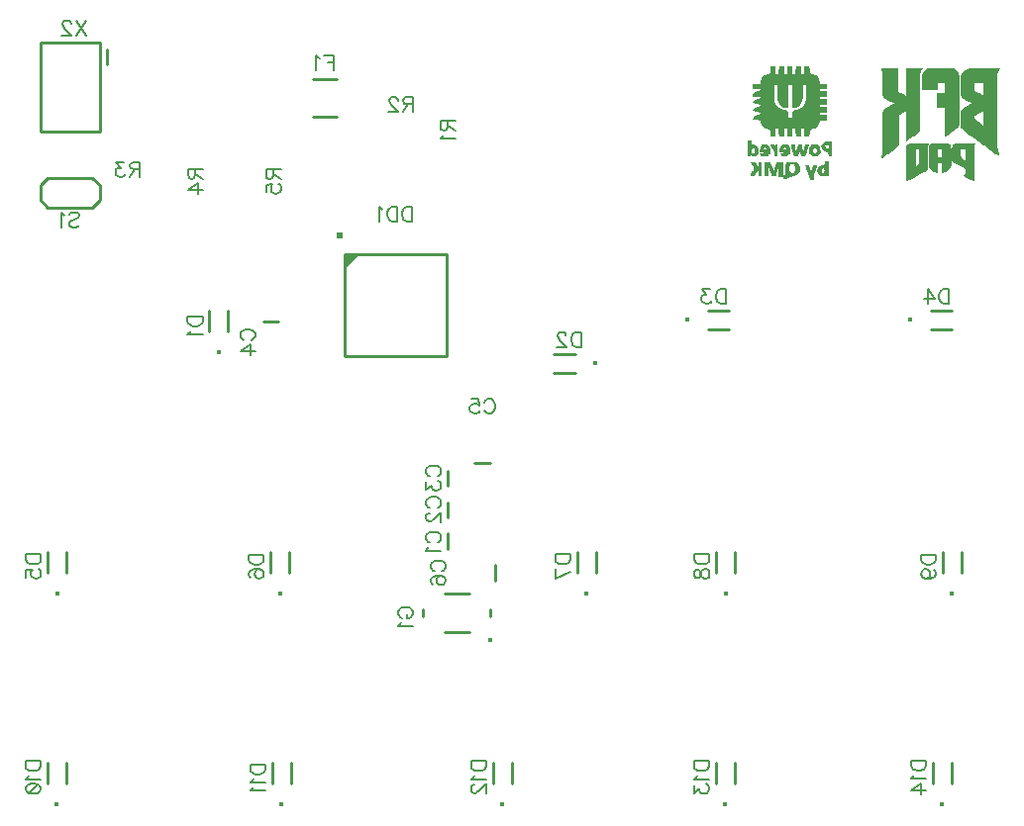
<source format=gbr>
G04 DipTrace 3.1.0.1*
G04 BottomSilk.gbr*
%MOIN*%
G04 #@! TF.FileFunction,Legend,Bot*
G04 #@! TF.Part,Single*
%ADD10C,0.009843*%
%ADD12C,0.002992*%
%ADD23C,0.015749*%
%ADD25C,0.015746*%
%ADD27C,0.023646*%
%ADD30O,0.015651X0.015752*%
%ADD88C,0.00772*%
%FSLAX26Y26*%
G04*
G70*
G90*
G75*
G01*
G04 BotSilk*
%LPD*%
X1839841Y1331773D2*
D10*
Y1280631D1*
Y1438022D2*
Y1386881D1*
Y1544272D2*
Y1493130D1*
X1269182Y2047391D2*
X1218041D1*
X1930531Y1571190D2*
X1981673D1*
X1997462Y1174478D2*
Y1225619D1*
X1100129Y2012523D2*
Y2083401D1*
X1037134Y2012523D2*
Y2083401D1*
D23*
X1068631Y1943632D3*
X2268262Y1937541D2*
D10*
X2197384D1*
X2268262Y1874546D2*
X2197384D1*
D25*
X2337153Y1906043D3*
X2714263Y2020092D2*
D10*
X2785141D1*
X2714263Y2083087D2*
X2785141D1*
D25*
X2645372Y2051589D3*
X3464184Y2020092D2*
D10*
X3535062D1*
X3464184Y2083087D2*
X3535062D1*
D25*
X3395293Y2051589D3*
X556436Y1200108D2*
D10*
Y1270986D1*
X493441Y1200108D2*
Y1270986D1*
D23*
X524938Y1131217D3*
X1306357Y1200108D2*
D10*
Y1270986D1*
X1243362Y1200108D2*
Y1270986D1*
D23*
X1274860Y1131217D3*
X2337499Y1200108D2*
D10*
Y1270986D1*
X2274504Y1200108D2*
Y1270986D1*
D23*
X2306001Y1131217D3*
X2806199Y1200108D2*
D10*
Y1270986D1*
X2743205Y1200108D2*
Y1270986D1*
D23*
X2774702Y1131217D3*
X3568619Y1200108D2*
D10*
Y1270986D1*
X3505625Y1200108D2*
Y1270986D1*
D23*
X3537122Y1131217D3*
X554622Y489496D2*
D10*
Y560375D1*
X491627Y489496D2*
Y560375D1*
D23*
X523125Y420606D3*
X1310793Y489496D2*
D10*
Y560375D1*
X1247798Y489496D2*
Y560375D1*
D23*
X1279295Y420606D3*
X2054465Y489496D2*
D10*
Y560375D1*
X1991470Y489496D2*
Y560375D1*
D23*
X2022967Y420606D3*
X2804386Y489496D2*
D10*
Y560375D1*
X2741391Y489496D2*
Y560375D1*
D23*
X2772888Y420606D3*
X3535559Y489496D2*
D10*
Y560375D1*
X3472564Y489496D2*
Y560375D1*
D23*
X3504062Y420606D3*
X1492445Y2271778D2*
D10*
Y1929306D1*
X1834917D1*
Y2271778D1*
X1492445D1*
D27*
X1474698Y2336765D3*
G36*
X1494004Y2270999D2*
X1494783Y2233633D1*
X1494004Y2270999D1*
G37*
G36*
X1490470Y2265906D2*
Y2218666D1*
X1545557Y2273753D1*
X1490470Y2265906D1*
G37*
X1384596Y2862684D2*
D10*
X1467273D1*
X1384596Y2736712D2*
X1467273D1*
D30*
X1981784Y971435D3*
X1910933Y1130896D2*
D10*
X1828240D1*
X1755443Y1077740D2*
Y1054120D1*
X1828240Y1000964D2*
X1910933D1*
X1983731Y1054120D2*
Y1077740D1*
X493688Y2530982D2*
X643688D1*
X668688Y2505982D1*
Y2455982D1*
X643688Y2430982D2*
X668688Y2455982D1*
X493688Y2430982D2*
X643688D1*
X468688Y2455982D2*
X493688Y2430982D1*
X468688Y2505982D2*
Y2455982D1*
Y2505982D2*
X493688Y2530982D1*
X668800Y2987371D2*
X468720D1*
Y2687513D1*
X668800D1*
Y2987371D1*
X693605Y2962363D2*
Y2912377D1*
X2926486Y2904803D2*
D12*
X2938454D1*
X2956407D2*
X2968375D1*
X2983336D2*
X2995304D1*
X3013257D2*
X3025226D1*
X3040186D2*
X3052155D1*
X2926486Y2901811D2*
X2938454D1*
X2955026D2*
X2968375D1*
X2983336D2*
X2995304D1*
X3011876D2*
X3025226D1*
X3040186D2*
X3053536D1*
X2926486Y2898819D2*
X2938454D1*
X2954166D2*
X2968375D1*
X2983336D2*
X2995304D1*
X3011017D2*
X3025226D1*
X3040186D2*
X3054395D1*
X3297509D2*
X3351367D1*
X3381289D2*
X3435147D1*
X3453100D2*
X3542864D1*
X3593730D2*
X3695462D1*
X2926486Y2895827D2*
X2938454D1*
X2953731D2*
X2968375D1*
X2983336D2*
X2995304D1*
X3010582D2*
X3025226D1*
X3040186D2*
X3054830D1*
X3298994D2*
X3351367D1*
X3381289D2*
X3432629D1*
X3450096D2*
X3545856D1*
X3587859D2*
X3693863D1*
X2926486Y2892835D2*
X2938454D1*
X2953539D2*
X2968375D1*
X2983336D2*
X2995304D1*
X3010389D2*
X3025226D1*
X3040186D2*
X3055023D1*
X3300627D2*
X3351367D1*
X3381289D2*
X3430496D1*
X3447010D2*
X3548836D1*
X3582282D2*
X3691847D1*
X2926486Y2889843D2*
X2938454D1*
X2953460D2*
X2968375D1*
X2983336D2*
X2995304D1*
X3010311D2*
X3025226D1*
X3040186D2*
X3055101D1*
X3301969D2*
X3351367D1*
X3381289D2*
X3428776D1*
X3443754D2*
X3551711D1*
X3577249D2*
X3689788D1*
X2926486Y2886850D2*
X2938454D1*
X2953430D2*
X2968375D1*
X2983336D2*
X2995304D1*
X3010280D2*
X3025226D1*
X3040186D2*
X3055132D1*
X3302786D2*
X3351367D1*
X3381289D2*
X3427523D1*
X3440543D2*
X3554205D1*
X3573028D2*
X3688203D1*
X2926486Y2883858D2*
X2938454D1*
X2953415D2*
X2968375D1*
X2983336D2*
X2995304D1*
X3010265D2*
X3025226D1*
X3040186D2*
X3055147D1*
X3303196D2*
X3351367D1*
X3381289D2*
X3426791D1*
X3437999D2*
X3555983D1*
X3569525D2*
X3687271D1*
X2916597Y2880866D2*
X3064687D1*
X3303377D2*
X3351367D1*
X3381289D2*
X3426430D1*
X3436170D2*
X3556993D1*
X3568135D2*
X3686813D1*
X2908919Y2877874D2*
X3071995D1*
X3303451D2*
X3351367D1*
X3381289D2*
X3426271D1*
X3435627D2*
X3557481D1*
X3567374D2*
X3686612D1*
X2903574Y2874882D2*
X3077189D1*
X3303478D2*
X3351367D1*
X3381289D2*
X3426208D1*
X3435345D2*
X3557692D1*
X3567026D2*
X3686532D1*
X2899878Y2871890D2*
X3080852D1*
X3303488D2*
X3351367D1*
X3381289D2*
X3426184D1*
X3435222D2*
X3557776D1*
X3566884D2*
X3686502D1*
X2897183Y2868898D2*
X3083455D1*
X3303492D2*
X3351367D1*
X3381289D2*
X3426175D1*
X3435174D2*
X3557807D1*
X3566830D2*
X3686491D1*
X2895384Y2865906D2*
X3085355D1*
X3303493D2*
X3351367D1*
X3381289D2*
X3426172D1*
X3435156D2*
X3557818D1*
X3566811D2*
X3686487D1*
X2894385Y2862913D2*
X3086674D1*
X3303493D2*
X3351367D1*
X3381289D2*
X3426171D1*
X3435150D2*
X3557822D1*
X3566804D2*
X3686486D1*
X2893906Y2859921D2*
X3087428D1*
X3303493D2*
X3351367D1*
X3381289D2*
X3426171D1*
X3435148D2*
X3557824D1*
X3566802D2*
X3686486D1*
X2893701Y2856929D2*
X3087797D1*
X3303493D2*
X3351367D1*
X3381289D2*
X3426171D1*
X3435147D2*
X3557824D1*
X3566801D2*
X3686486D1*
X2893619Y2853937D2*
X3087958D1*
X3303493D2*
X3351367D1*
X3381289D2*
X3426171D1*
X3435147D2*
X3557824D1*
X3566801D2*
X3686486D1*
X2893588Y2850945D2*
X3088025D1*
X3303493D2*
X3351367D1*
X3381289D2*
X3426171D1*
X3435147D2*
X3486013D1*
X3512942D2*
X3557824D1*
X3566801D2*
X3608690D1*
X3641604D2*
X3686486D1*
X2866643Y2847953D2*
X3111997D1*
X3303493D2*
X3351367D1*
X3381289D2*
X3426171D1*
X3435147D2*
X3486013D1*
X3512942D2*
X3557824D1*
X3566801D2*
X3608690D1*
X3641604D2*
X3686486D1*
X2866643Y2844961D2*
X3111997D1*
X3303493D2*
X3351367D1*
X3381289D2*
X3426171D1*
X3435147D2*
X3486013D1*
X3512942D2*
X3557824D1*
X3566801D2*
X3608690D1*
X3641604D2*
X3686486D1*
X2866643Y2841969D2*
X2935462D1*
X2950423D2*
X2983336D1*
X2998297D2*
X3031210D1*
X3046171D2*
X3111997D1*
X3303493D2*
X3351367D1*
X3381289D2*
X3426171D1*
X3435147D2*
X3486013D1*
X3512942D2*
X3557824D1*
X3566801D2*
X3608690D1*
X3641604D2*
X3686486D1*
X2866643Y2838976D2*
X2935462D1*
X2950423D2*
X2983336D1*
X2998297D2*
X3031210D1*
X3046171D2*
X3111997D1*
X3303493D2*
X3351367D1*
X3381289D2*
X3426171D1*
X3435147D2*
X3486013D1*
X3512942D2*
X3557824D1*
X3566801D2*
X3608690D1*
X3641604D2*
X3686486D1*
X2866643Y2835984D2*
X2935462D1*
X2950423D2*
X2983336D1*
X2998297D2*
X3031210D1*
X3046171D2*
X3111997D1*
X3303493D2*
X3351367D1*
X3381289D2*
X3426171D1*
X3435147D2*
X3486013D1*
X3512942D2*
X3557824D1*
X3566801D2*
X3608702D1*
X3641604D2*
X3686486D1*
X2893572Y2832992D2*
X2935462D1*
X2950423D2*
X2983336D1*
X2998297D2*
X3031210D1*
X3046171D2*
X3088060D1*
X3303493D2*
X3351379D1*
X3381289D2*
X3426171D1*
X3435147D2*
X3486013D1*
X3512942D2*
X3557824D1*
X3566801D2*
X3608819D1*
X3641604D2*
X3686486D1*
X2893572Y2830000D2*
X2935462D1*
X2950423D2*
X2983336D1*
X2998297D2*
X3031210D1*
X3046171D2*
X3088060D1*
X3303493D2*
X3351508D1*
X3381289D2*
X3426171D1*
X3435147D2*
X3486013D1*
X3512942D2*
X3557824D1*
X3566801D2*
X3609329D1*
X3641604D2*
X3686486D1*
X2893572Y2827008D2*
X2935462D1*
X2950423D2*
X2983336D1*
X2998297D2*
X3031210D1*
X3046171D2*
X3088060D1*
X3303493D2*
X3351823D1*
X3381289D2*
X3426171D1*
X3512942D2*
X3557824D1*
X3566801D2*
X3610297D1*
X3641604D2*
X3686486D1*
X2881500Y2824016D2*
X2935462D1*
X2950423D2*
X2983336D1*
X2998297D2*
X3031210D1*
X3046171D2*
X3111997D1*
X3303493D2*
X3353647D1*
X3381289D2*
X3426171D1*
X3512942D2*
X3557824D1*
X3566801D2*
X3613050D1*
X3641604D2*
X3686486D1*
X2872317Y2821024D2*
X2935462D1*
X2950423D2*
X2983336D1*
X2998297D2*
X3031210D1*
X3046171D2*
X3111997D1*
X3303493D2*
X3356516D1*
X3381289D2*
X3426171D1*
X3512942D2*
X3557824D1*
X3566801D2*
X3616836D1*
X3641604D2*
X3686486D1*
X2868804Y2818031D2*
X2935462D1*
X2950423D2*
X2983336D1*
X2998297D2*
X3031210D1*
X3046171D2*
X3111997D1*
X3303493D2*
X3360299D1*
X3381289D2*
X3426171D1*
X3486013D2*
X3557824D1*
X3566801D2*
X3621613D1*
X3641604D2*
X3686486D1*
X2867631Y2815039D2*
X2935462D1*
X2950423D2*
X2983336D1*
X2998297D2*
X3031210D1*
X3046171D2*
X3111997D1*
X3303493D2*
X3364811D1*
X3381289D2*
X3426171D1*
X3486013D2*
X3557824D1*
X3566801D2*
X3627004D1*
X3641604D2*
X3686486D1*
X2867040Y2812047D2*
X2935462D1*
X2950423D2*
X2983336D1*
X2998297D2*
X3031210D1*
X3046171D2*
X3111997D1*
X3303517D2*
X3369924D1*
X3381289D2*
X3426171D1*
X3486013D2*
X3557824D1*
X3566824D2*
X3632627D1*
X3641604D2*
X3686486D1*
X2866783Y2809055D2*
X2935462D1*
X2950423D2*
X2983336D1*
X2998297D2*
X3031210D1*
X3046171D2*
X3111997D1*
X3303751D2*
X3375304D1*
X3381289D2*
X3426171D1*
X3486013D2*
X3557824D1*
X3567058D2*
X3686486D1*
X2893572Y2806063D2*
X2935462D1*
X2950423D2*
X2983336D1*
X2998297D2*
X3031210D1*
X3046171D2*
X3088060D1*
X3304312D2*
X3426171D1*
X3486013D2*
X3557824D1*
X3567619D2*
X3686486D1*
X2893572Y2803071D2*
X2935462D1*
X2950423D2*
X2983336D1*
X2998297D2*
X3031198D1*
X3046171D2*
X3088060D1*
X3307068D2*
X3426171D1*
X3486013D2*
X3557824D1*
X3570375D2*
X3686486D1*
X2893572Y2800079D2*
X2935462D1*
X2950423D2*
X2983336D1*
X2998297D2*
X3031093D1*
X3046159D2*
X3088060D1*
X3311113D2*
X3426171D1*
X3486013D2*
X3557824D1*
X3574409D2*
X3686486D1*
X2881500Y2797087D2*
X2935462D1*
X2950434D2*
X2983336D1*
X2998297D2*
X3030712D1*
X3046054D2*
X3111997D1*
X3316141D2*
X3426171D1*
X3486013D2*
X3557824D1*
X3579332D2*
X3686486D1*
X2872317Y2794094D2*
X2935474D1*
X2950539D2*
X2983336D1*
X2998297D2*
X3029983D1*
X3045672D2*
X3111997D1*
X3321709D2*
X3426171D1*
X3486013D2*
X3557824D1*
X3584518D2*
X3686486D1*
X2868851Y2791102D2*
X2935579D1*
X2950932D2*
X2983336D1*
X2998297D2*
X3029111D1*
X3044944D2*
X3111997D1*
X3327527D2*
X3426171D1*
X3486013D2*
X3557824D1*
X3589619D2*
X3686486D1*
X2867909Y2788110D2*
X2935972D1*
X2951754D2*
X2983336D1*
X2998297D2*
X3028196D1*
X3044072D2*
X3111997D1*
X3333449D2*
X3426171D1*
X3486013D2*
X3557824D1*
X3594766D2*
X3686486D1*
X2867423Y2785118D2*
X2936805D1*
X2952926D2*
X2983336D1*
X2998297D2*
X3027085D1*
X3043157D2*
X3111997D1*
X3339410D2*
X3426171D1*
X3486013D2*
X3557824D1*
X3600160D2*
X3686486D1*
X2879819Y2782126D2*
X2938071D1*
X2954387D2*
X2983336D1*
X2998297D2*
X3025681D1*
X3042046D2*
X3111997D1*
X3345383D2*
X3426171D1*
X3486013D2*
X3557824D1*
X3605698D2*
X3686486D1*
X2893572Y2779134D2*
X2939807D1*
X2956312D2*
X2983336D1*
X2998297D2*
X3023778D1*
X3040654D2*
X3088060D1*
X3339399D2*
X3426171D1*
X3486013D2*
X3557824D1*
X3599714D2*
X3686486D1*
X2893572Y2776142D2*
X2942078D1*
X2958910D2*
X2983336D1*
X2998297D2*
X3021039D1*
X3038853D2*
X3088060D1*
X3333415D2*
X3426171D1*
X3486013D2*
X3557824D1*
X3593730D2*
X3686486D1*
X2893572Y2773150D2*
X2944826D1*
X2962061D2*
X2983336D1*
X2998297D2*
X3017396D1*
X3036456D2*
X3088060D1*
X3327430D2*
X3426171D1*
X3486013D2*
X3557824D1*
X3587757D2*
X3686486D1*
X2881500Y2770157D2*
X2948181D1*
X2965383D2*
X2983336D1*
X2998297D2*
X3013257D1*
X3033285D2*
X3111997D1*
X3321470D2*
X3426171D1*
X3512942D2*
X3557824D1*
X3581901D2*
X3686486D1*
X2872317Y2767165D2*
X2952547D1*
X3028918D2*
X3111997D1*
X3315719D2*
X3426171D1*
X3512942D2*
X3557824D1*
X3576532D2*
X3686486D1*
X2868851Y2764173D2*
X2958341D1*
X3022886D2*
X3111997D1*
X3310731D2*
X3426171D1*
X3512942D2*
X3557824D1*
X3572261D2*
X3686486D1*
X2867909Y2761181D2*
X2965409D1*
X3015498D2*
X3111997D1*
X3306614D2*
X3426171D1*
X3512942D2*
X3557824D1*
X3568988D2*
X3686486D1*
X2867423Y2758189D2*
X2972434D1*
X3008428D2*
X3111997D1*
X3305016D2*
X3426171D1*
X3512942D2*
X3557824D1*
X3567854D2*
X3686486D1*
X2879819Y2755197D2*
X2978516D1*
X3002579D2*
X3111997D1*
X3304145D2*
X3375418D1*
X3381289D2*
X3426171D1*
X3512942D2*
X3557824D1*
X3567246D2*
X3686486D1*
X2893572Y2752205D2*
X2981393D1*
X2999994D2*
X3088060D1*
X3303749D2*
X3369841D1*
X3381289D2*
X3426171D1*
X3512942D2*
X3557824D1*
X3566974D2*
X3629545D1*
X3641604D2*
X3686486D1*
X2893572Y2749213D2*
X2982430D1*
X2999084D2*
X3088060D1*
X3303588D2*
X3364808D1*
X3381289D2*
X3426171D1*
X3512942D2*
X3557824D1*
X3566864D2*
X3623411D1*
X3641604D2*
X3686486D1*
X2893572Y2746220D2*
X2982965D1*
X2998617D2*
X3088060D1*
X3303527D2*
X3360587D1*
X3381289D2*
X3426171D1*
X3512942D2*
X3557824D1*
X3566823D2*
X3617706D1*
X3641604D2*
X3686486D1*
X2881500Y2743228D2*
X2983196D1*
X2998417D2*
X3111997D1*
X3303505D2*
X3357084D1*
X3381289D2*
X3426171D1*
X3512942D2*
X3557824D1*
X3566808D2*
X3612745D1*
X3641604D2*
X3686486D1*
X2872317Y2740236D2*
X2983288D1*
X2998338D2*
X3111997D1*
X3303497D2*
X3355694D1*
X3381289D2*
X3426171D1*
X3512942D2*
X3557824D1*
X3566803D2*
X3610340D1*
X3641604D2*
X3686486D1*
X2868851Y2737244D2*
X2983336D1*
X2998297D2*
X3111997D1*
X3303495D2*
X3354933D1*
X3381289D2*
X3426171D1*
X3512942D2*
X3557824D1*
X3566801D2*
X3609588D1*
X3641604D2*
X3686486D1*
X2867909Y2734252D2*
X3111997D1*
X3303494D2*
X3354585D1*
X3381289D2*
X3426171D1*
X3512942D2*
X3557824D1*
X3566801D2*
X3609312D1*
X3641604D2*
X3686486D1*
X2867423Y2731260D2*
X3111997D1*
X3303494D2*
X3354443D1*
X3381289D2*
X3426171D1*
X3512942D2*
X3557824D1*
X3566801D2*
X3610368D1*
X3641604D2*
X3686486D1*
X2879819Y2728268D2*
X3111997D1*
X3303493D2*
X3354389D1*
X3381289D2*
X3426171D1*
X3512942D2*
X3557824D1*
X3566801D2*
X3612955D1*
X3641604D2*
X3686486D1*
X2893572Y2725276D2*
X3088060D1*
X3303493D2*
X3354370D1*
X3381289D2*
X3426171D1*
X3512942D2*
X3557824D1*
X3566801D2*
X3616234D1*
X3641604D2*
X3686486D1*
X2893584Y2722283D2*
X3087946D1*
X3303493D2*
X3354363D1*
X3381289D2*
X3426171D1*
X3512942D2*
X3557824D1*
X3566801D2*
X3619897D1*
X3641604D2*
X3686486D1*
X2893689Y2719291D2*
X3087551D1*
X3303493D2*
X3354361D1*
X3381289D2*
X3426171D1*
X3512942D2*
X3557824D1*
X3566801D2*
X3623712D1*
X3641604D2*
X3686486D1*
X2894082Y2716299D2*
X3086717D1*
X3303493D2*
X3354360D1*
X3381289D2*
X3426171D1*
X3512942D2*
X3557824D1*
X3566789D2*
X3627692D1*
X3641604D2*
X3686486D1*
X2894927Y2713307D2*
X3085452D1*
X3303493D2*
X3354360D1*
X3381289D2*
X3426171D1*
X3512942D2*
X3557801D1*
X3566684D2*
X3631695D1*
X3641604D2*
X3686486D1*
X2896298Y2710315D2*
X3083703D1*
X3303493D2*
X3354360D1*
X3381289D2*
X3426171D1*
X3512942D2*
X3557579D1*
X3566314D2*
X3635619D1*
X3641604D2*
X3686486D1*
X2898474Y2707323D2*
X3081292D1*
X3303493D2*
X3354360D1*
X3381289D2*
X3426171D1*
X3512942D2*
X3557053D1*
X3565714D2*
X3686486D1*
X2901965Y2704331D2*
X3077871D1*
X3303493D2*
X3354360D1*
X3381289D2*
X3426182D1*
X3512942D2*
X3554844D1*
X3565151D2*
X3686486D1*
X2907152Y2701339D2*
X3072912D1*
X3303493D2*
X3354360D1*
X3381289D2*
X3426287D1*
X3512942D2*
X3551924D1*
X3565812D2*
X3686486D1*
X2913593Y2698346D2*
X3066848D1*
X3303493D2*
X3354360D1*
X3381289D2*
X3426645D1*
X3512942D2*
X3548500D1*
X3568230D2*
X3686486D1*
X2919420Y2695354D2*
X2938454D1*
X2953415D2*
X2968375D1*
X2983336D2*
X2995304D1*
X3010265D2*
X3025226D1*
X3040186D2*
X3061504D1*
X3303493D2*
X3354360D1*
X3381289D2*
X3427140D1*
X3512942D2*
X3544709D1*
X3571419D2*
X3686486D1*
X2923831Y2692362D2*
X2938454D1*
X2953415D2*
X2968375D1*
X2983336D2*
X2995304D1*
X3010265D2*
X3025226D1*
X3040186D2*
X3057507D1*
X3303493D2*
X3354360D1*
X3381289D2*
X3427458D1*
X3512942D2*
X3540800D1*
X3575040D2*
X3686486D1*
X2925234Y2689370D2*
X2938454D1*
X2953415D2*
X2968375D1*
X2983336D2*
X2995304D1*
X3010265D2*
X3025226D1*
X3040186D2*
X3056258D1*
X3303493D2*
X3354360D1*
X3381289D2*
X3426008D1*
X3512942D2*
X3536872D1*
X3578837D2*
X3686486D1*
X2925967Y2686378D2*
X2938454D1*
X2953426D2*
X2968375D1*
X2983336D2*
X2995304D1*
X3010277D2*
X3025226D1*
X3040186D2*
X3055595D1*
X3303493D2*
X3354360D1*
X3381289D2*
X3422775D1*
X3512942D2*
X3532772D1*
X3582797D2*
X3686486D1*
X2926287Y2683386D2*
X2938454D1*
X2953540D2*
X2968375D1*
X2983336D2*
X2995304D1*
X3010391D2*
X3025226D1*
X3040186D2*
X3055197D1*
X3303493D2*
X3354360D1*
X3381289D2*
X3419053D1*
X3512942D2*
X3528498D1*
X3586775D2*
X3686486D1*
X2926414Y2680394D2*
X2938454D1*
X2954003D2*
X2968375D1*
X2983336D2*
X2995304D1*
X3010853D2*
X3025226D1*
X3040186D2*
X3054622D1*
X3303493D2*
X3354360D1*
X3381289D2*
X3415150D1*
X3512942D2*
X3524187D1*
X3590718D2*
X3686486D1*
X2926462Y2677402D2*
X2938454D1*
X2955026D2*
X2968375D1*
X2983336D2*
X2995304D1*
X3011876D2*
X3025226D1*
X3040186D2*
X3053557D1*
X3303493D2*
X3354360D1*
X3381289D2*
X3411215D1*
X3512942D2*
X3519990D1*
X3594735D2*
X3686486D1*
X2926486Y2674409D2*
X2938454D1*
X2956407D2*
X2968375D1*
X2983336D2*
X2995304D1*
X3013257D2*
X3025226D1*
X3040186D2*
X3052155D1*
X3303493D2*
X3354360D1*
X3381289D2*
X3407108D1*
X3512942D2*
X3515934D1*
X3598733D2*
X3686486D1*
X3303493Y2671417D2*
X3354360D1*
X3381289D2*
X3402822D1*
X3602695D2*
X3686486D1*
X3303493Y2668425D2*
X3354360D1*
X3381289D2*
X3398431D1*
X3606807D2*
X3686486D1*
X3303493Y2665433D2*
X3354360D1*
X3381289D2*
X3393989D1*
X3611094D2*
X3686486D1*
X3303493Y2662441D2*
X3354360D1*
X3381289D2*
X3389597D1*
X3615485D2*
X3686486D1*
X3303493Y2659449D2*
X3354360D1*
X3381289D2*
X3385364D1*
X3619924D2*
X3686486D1*
X2848690Y2656457D2*
X2857667D1*
X3303493D2*
X3354360D1*
X3381289D2*
D3*
X3624301D2*
X3686486D1*
X2848690Y2653465D2*
X2857667D1*
X3111997D2*
X3129950D1*
X3303493D2*
X3354371D1*
X3628498D2*
X3686486D1*
X2848690Y2650472D2*
X2857667D1*
X3106369D2*
X3129950D1*
X3303493D2*
X3354485D1*
X3632542D2*
X3686486D1*
X2848690Y2647480D2*
X2857667D1*
X3102158D2*
X3129950D1*
X3303493D2*
X3354948D1*
X3393257D2*
X3456092D1*
X3465068D2*
X3521919D1*
X3548848D2*
X3611682D1*
X3636600D2*
X3686486D1*
X2848690Y2644488D2*
X2857667D1*
X3099036D2*
X3129950D1*
X3303493D2*
X3355971D1*
X3388449D2*
X3455069D1*
X3462664D2*
X3525346D1*
X3544040D2*
X3610301D1*
X3640614D2*
X3686486D1*
X2848690Y2641496D2*
X2867081D1*
X2896564D2*
X2911525D1*
X2926486D2*
X2935462D1*
X2941446D2*
X2947430D1*
X2965383D2*
X2980344D1*
X2995304D2*
X3004281D1*
X3019241D2*
X3028218D1*
X3043178D2*
X3052155D1*
X3064123D2*
X3082076D1*
X3097997D2*
X3109005D1*
X3120974D2*
X3129950D1*
X3303493D2*
X3357352D1*
X3384404D2*
X3454178D1*
X3460914D2*
X3528368D1*
X3539994D2*
X3609442D1*
X3644570D2*
X3686486D1*
X2848690Y2638504D2*
X2873900D1*
X2894160D2*
X2915424D1*
X2926839D2*
X2947430D1*
X2962158D2*
X2984129D1*
X2995418D2*
X3004743D1*
X3017849D2*
X3028680D1*
X3041683D2*
X3051120D1*
X3061257D2*
X3085301D1*
X3097453D2*
X3106013D1*
X3120974D2*
X3129950D1*
X3303493D2*
X3353897D1*
X3382809D2*
X3453611D1*
X3459912D2*
X3529651D1*
X3538399D2*
X3609007D1*
X3648591D2*
X3686497D1*
X2848690Y2635512D2*
X2878759D1*
X2892410D2*
X2918417D1*
X2927619D2*
X2947430D1*
X2959698D2*
X2987175D1*
X2995802D2*
X3005486D1*
X3016875D2*
X3029422D1*
X3040440D2*
X3050125D1*
X3058765D2*
X3087761D1*
X3097323D2*
X3107603D1*
X3120974D2*
X3129950D1*
X3303493D2*
X3350152D1*
X3381939D2*
X3453318D1*
X3459426D2*
X3530358D1*
X3537530D2*
X3608814D1*
X3652591D2*
X3686602D1*
X2848690Y2632520D2*
X2880252D1*
X2891408D2*
X2902549D1*
X2908533D2*
X2920571D1*
X2930509D2*
X2947430D1*
X2958053D2*
X2968375D1*
X2977352D2*
X2988284D1*
X2996531D2*
X3006268D1*
X3015977D2*
X3030197D1*
X3039288D2*
X3049176D1*
X3056988D2*
X3070582D1*
X3074916D2*
X3089406D1*
X3097477D2*
X3109005D1*
X3120974D2*
X3129950D1*
X3303493D2*
X3346280D1*
X3381544D2*
X3453186D1*
X3459216D2*
X3530683D1*
X3537135D2*
X3608736D1*
X3656553D2*
X3686984D1*
X2848690Y2629528D2*
X2861259D1*
X2872627D2*
X2881040D1*
X2890922D2*
X2899556D1*
X2911525D2*
X2922017D1*
X2933616D2*
X2947430D1*
X2957144D2*
X2965383D1*
X2980344D2*
X2988881D1*
X2997403D2*
X3006837D1*
X3014754D2*
X3030723D1*
X3038320D2*
X3048166D1*
X3055978D2*
X3068460D1*
X3078961D2*
X3090316D1*
X3098841D2*
X3129950D1*
X3303493D2*
X3342370D1*
X3381383D2*
X3453132D1*
X3459132D2*
X3530816D1*
X3536974D2*
X3608706D1*
X3660666D2*
X3687712D1*
X2848690Y2626535D2*
X2859271D1*
X2872627D2*
X2881387D1*
X2890712D2*
X2922827D1*
X2936332D2*
X2947430D1*
X2956709D2*
X2989149D1*
X2998306D2*
X3007273D1*
X3013257D2*
X3031017D1*
X3037672D2*
X3047255D1*
X3055490D2*
X3066858D1*
X3080824D2*
X3090750D1*
X3103072D2*
X3129950D1*
X3303493D2*
X3338278D1*
X3381322D2*
X3411210D1*
X3426171D2*
X3453111D1*
X3459101D2*
X3486013D1*
X3503966D2*
X3530867D1*
X3536913D2*
X3563808D1*
X3581761D2*
X3608696D1*
X3664941D2*
X3688584D1*
X2848690Y2623543D2*
X2858689D1*
X2872627D2*
X2881525D1*
X2890626D2*
X2923206D1*
X2937422D2*
X2947430D1*
X2956516D2*
X2989257D1*
X2999312D2*
X3031210D1*
X3037194D2*
X3046574D1*
X3055291D2*
X3065696D1*
X3081522D2*
X3090936D1*
X3108774D2*
X3129950D1*
X3303482D2*
X3333999D1*
X3381300D2*
X3411210D1*
X3426171D2*
X3453104D1*
X3459090D2*
X3486013D1*
X3503966D2*
X3530885D1*
X3536891D2*
X3563808D1*
X3581761D2*
X3608692D1*
X3669238D2*
X3689488D1*
X2848690Y2620551D2*
X2859496D1*
X2872627D2*
X2881564D1*
X2890580D2*
X2923258D1*
X2938014D2*
X2947430D1*
X2956407D2*
X2989286D1*
X3000312D2*
X3045895D1*
X3055324D2*
X3066156D1*
X3081122D2*
X3090998D1*
X3114205D2*
X3129950D1*
X3303377D2*
X3329611D1*
X3381292D2*
X3411210D1*
X3426171D2*
X3453101D1*
X3459086D2*
X3486013D1*
X3503966D2*
X3530892D1*
X3536883D2*
X3563808D1*
X3581761D2*
X3608691D1*
X3673401D2*
X3690482D1*
X2848690Y2617559D2*
X2860659D1*
X2872627D2*
X2881466D1*
X2911525D2*
X2922828D1*
X2938281D2*
X2947430D1*
X2980344D2*
X2989172D1*
X3001267D2*
X3019128D1*
X3025688D2*
X3045032D1*
X3055802D2*
X3068002D1*
X3078884D2*
X3090897D1*
X3118393D2*
X3129950D1*
X3302995D2*
X3325172D1*
X3381290D2*
X3411210D1*
X3426171D2*
X3453100D1*
X3459085D2*
X3486013D1*
X3503966D2*
X3530894D1*
X3536880D2*
X3563808D1*
X3581761D2*
X3608690D1*
X3677433D2*
X3691376D1*
X2848690Y2614567D2*
X2880975D1*
X2890580D2*
X2896564D1*
X2908533D2*
X2921638D1*
X2938390D2*
X2947430D1*
X2959399D2*
X2965383D1*
X2977352D2*
X2988863D1*
X3002282D2*
X3018742D1*
X3026430D2*
X3044096D1*
X3056757D2*
X3070108D1*
X3076092D2*
X3090594D1*
X3119754D2*
X3129950D1*
X3302279D2*
X3320796D1*
X3381289D2*
X3411210D1*
X3426171D2*
X3453100D1*
X3459084D2*
X3486013D1*
X3503966D2*
X3530895D1*
X3536880D2*
X3563808D1*
X3581761D2*
X3608690D1*
X3681501D2*
X3691952D1*
X2848690Y2611575D2*
X2879772D1*
X2891130D2*
X2919668D1*
X2938432D2*
X2947430D1*
X2959949D2*
X2987365D1*
X3003191D2*
X3017999D1*
X3027213D2*
X3043088D1*
X3059466D2*
X3089097D1*
X3120469D2*
X3129950D1*
X3301511D2*
X3316599D1*
X3381289D2*
X3411210D1*
X3426171D2*
X3453100D1*
X3459084D2*
X3486013D1*
X3503966D2*
X3530895D1*
X3536879D2*
X3563808D1*
X3581761D2*
X3608690D1*
X3685537D2*
X3692266D1*
X2848690Y2608583D2*
X2877860D1*
X2892180D2*
X2917191D1*
X2938447D2*
X2947430D1*
X2960999D2*
X2984081D1*
X3003815D2*
X3017109D1*
X3027782D2*
X3041764D1*
X3063037D2*
X3085813D1*
X3120792D2*
X3129950D1*
X3300990D2*
X3312553D1*
X3381289D2*
X3411210D1*
X3426171D2*
X3453100D1*
X3459084D2*
X3486013D1*
X3503966D2*
X3530895D1*
X3536879D2*
X3563820D1*
X3581761D2*
X3608690D1*
X3689478D2*
X3692470D1*
X2848690Y2605591D2*
X2854675D1*
X2863651D2*
X2875619D1*
X2893572D2*
X2914517D1*
X2938454D2*
X2947430D1*
X2962391D2*
X2980344D1*
X3004281D2*
X3016249D1*
X3028218D2*
X3040186D1*
X3067115D2*
X3082076D1*
X3120974D2*
X3129950D1*
X3300711D2*
X3308481D1*
X3381289D2*
X3411210D1*
X3426171D2*
X3453100D1*
X3459084D2*
X3486013D1*
X3503966D2*
X3530895D1*
X3536879D2*
X3563949D1*
X3581761D2*
X3608690D1*
X3300579Y2602598D2*
X3304443D1*
X3381289D2*
X3411210D1*
X3426171D2*
X3453100D1*
X3459084D2*
X3486013D1*
X3503966D2*
X3530895D1*
X3536879D2*
X3564264D1*
X3581761D2*
X3608690D1*
X3300501Y2599606D2*
D3*
X3381289D2*
X3411210D1*
X3426171D2*
X3453100D1*
X3459084D2*
X3530895D1*
X3536879D2*
X3565763D1*
X3581761D2*
X3608690D1*
X3381289Y2596614D2*
X3411210D1*
X3426171D2*
X3453100D1*
X3459084D2*
X3530895D1*
X3536879D2*
X3569047D1*
X3581761D2*
X3608690D1*
X3381289Y2593622D2*
X3411210D1*
X3426171D2*
X3453100D1*
X3459084D2*
X3530895D1*
X3536914D2*
X3572785D1*
X3581761D2*
X3608690D1*
X3381289Y2590630D2*
X3411210D1*
X3426171D2*
X3453100D1*
X3459084D2*
X3530895D1*
X3537253D2*
X3608690D1*
X3109005Y2587638D2*
X3117982D1*
X3381289D2*
X3411210D1*
X3426171D2*
X3453100D1*
X3459084D2*
X3530895D1*
X3538060D2*
X3608690D1*
X2857667Y2584646D2*
X2869635D1*
X2884596D2*
X2893572D1*
X2905541D2*
X2920501D1*
X2947430D2*
X2965383D1*
X2983336D2*
X3010265D1*
X3109005D2*
X3117982D1*
X3381289D2*
X3411210D1*
X3426147D2*
X3453100D1*
X3459084D2*
X3530895D1*
X3541748D2*
X3608690D1*
X2859278Y2581654D2*
X2872163D1*
X2884596D2*
X2893572D1*
X2905541D2*
X2922357D1*
X2946294D2*
X2965383D1*
X2980469D2*
X3013143D1*
X3109005D2*
X3117982D1*
X3381289D2*
X3411210D1*
X3425919D2*
X3453100D1*
X3459084D2*
X3530895D1*
X3546982D2*
X3608690D1*
X2861410Y2578661D2*
X2874388D1*
X2884596D2*
X2893572D1*
X2905541D2*
X2924063D1*
X2945020D2*
X2965383D1*
X2977978D2*
X3015740D1*
X3109005D2*
X3117982D1*
X3381289D2*
X3411210D1*
X3425376D2*
X3453100D1*
X3459084D2*
X3486013D1*
X3503966D2*
X3530895D1*
X3553360D2*
X3608690D1*
X2863956Y2575669D2*
X2876482D1*
X2884596D2*
X2893572D1*
X2905541D2*
X2925654D1*
X2943723D2*
X2965383D1*
X2976201D2*
X2989794D1*
X3004155D2*
X3017898D1*
X3109005D2*
X3117982D1*
X3381289D2*
X3411210D1*
X3423044D2*
X3453100D1*
X3459084D2*
X3486013D1*
X3503966D2*
X3530895D1*
X3560332D2*
X3608690D1*
X2866627Y2572677D2*
X2878612D1*
X2884596D2*
X2893572D1*
X2905541D2*
X2927099D1*
X2942558D2*
X2965383D1*
X2975191D2*
X2987661D1*
X3006647D2*
X3019625D1*
X3043178D2*
X3052155D1*
X3070108D2*
X3079084D1*
X3098302D2*
X3117982D1*
X3381289D2*
X3411210D1*
X3420186D2*
X3453100D1*
X3459096D2*
X3486013D1*
X3503966D2*
X3530872D1*
X3567282D2*
X3608690D1*
X2868937Y2569685D2*
X2893572D1*
X2905541D2*
X2928336D1*
X2941520D2*
X2965383D1*
X2974703D2*
X2985953D1*
X3008424D2*
X3020880D1*
X3044213D2*
X3053650D1*
X3068612D2*
X3078622D1*
X3090107D2*
X3117982D1*
X3381289D2*
X3453088D1*
X3459224D2*
X3486013D1*
X3503966D2*
X3530638D1*
X3573305D2*
X3608690D1*
X2870713Y2566693D2*
X2893572D1*
X2905541D2*
X2914517D1*
X2920615D2*
X2929480D1*
X2940446D2*
X2965383D1*
X2974492D2*
X2984805D1*
X3009434D2*
X3021613D1*
X3045209D2*
X3054895D1*
X3067367D2*
X3077868D1*
X3087003D2*
X3117982D1*
X3381289D2*
X3452959D1*
X3459540D2*
X3486013D1*
X3503966D2*
X3530077D1*
X3578190D2*
X3608690D1*
X2870563Y2563701D2*
X2893572D1*
X2905541D2*
X2914517D1*
X2921010D2*
X2930861D1*
X2939402D2*
X2965383D1*
X2974408D2*
X2984174D1*
X3009910D2*
X3021963D1*
X3046157D2*
X3056073D1*
X3066189D2*
X3076988D1*
X3084877D2*
X3097625D1*
X3105425D2*
X3117982D1*
X3381289D2*
X3452644D1*
X3461053D2*
X3486013D1*
X3503966D2*
X3527435D1*
X3580339D2*
X3608690D1*
X2869704Y2560709D2*
X2893572D1*
X2905541D2*
X2914517D1*
X2921833D2*
X2932470D1*
X2938454D2*
X2947316D1*
X2953415D2*
X2965383D1*
X2974388D2*
X2984866D1*
X3010004D2*
X3022016D1*
X3047179D2*
X3057164D1*
X3065098D2*
X3076071D1*
X3083289D2*
X3095887D1*
X3107163D2*
X3117982D1*
X3381289D2*
X3451130D1*
X3464624D2*
X3486013D1*
X3503966D2*
X3523773D1*
X3581100D2*
X3608690D1*
X2868168Y2557717D2*
X2893572D1*
X2905541D2*
X2914517D1*
X2922981D2*
X2946921D1*
X2953415D2*
X2965383D1*
X2974482D2*
X2986027D1*
X3009591D2*
X3021698D1*
X3048183D2*
X3058139D1*
X3064123D2*
X3074971D1*
X3083128D2*
X3094717D1*
X3108332D2*
X3117982D1*
X3381289D2*
X3447559D1*
X3469204D2*
X3486013D1*
X3503966D2*
X3519462D1*
X3581491D2*
X3608690D1*
X2866093Y2554724D2*
X2878035D1*
X2884596D2*
X2893572D1*
X2905541D2*
X2914517D1*
X2924232D2*
X2946099D1*
X2953415D2*
X2965383D1*
X2974848D2*
X2987705D1*
X3008418D2*
X3020994D1*
X3049152D2*
X3073684D1*
X3083544D2*
X3094904D1*
X3108146D2*
X3117982D1*
X3381289D2*
X3442992D1*
X3474511D2*
X3486013D1*
X3503966D2*
X3514670D1*
X3581659D2*
X3608690D1*
X2863885Y2551732D2*
X2876898D1*
X2884596D2*
X2893572D1*
X2905541D2*
X2914517D1*
X2925381D2*
X2944950D1*
X2953415D2*
X2965383D1*
X2975450D2*
X2989890D1*
X3006516D2*
X3020107D1*
X3050272D2*
X3072288D1*
X3084282D2*
X3095762D1*
X3107288D2*
X3117982D1*
X3381289D2*
X3437788D1*
X3480197D2*
X3486013D1*
X3503966D2*
X3509424D1*
X3581701D2*
X3608690D1*
X2861893Y2548740D2*
X2875292D1*
X2884596D2*
X2893572D1*
X2905541D2*
X2914517D1*
X2926414D2*
X2943711D1*
X2953415D2*
X2965383D1*
X2976023D2*
X2992312D1*
X3004281D2*
X3018903D1*
X3051555D2*
X3070842D1*
X3085242D2*
X3097037D1*
X3106013D2*
X3117982D1*
X3381289D2*
X3432474D1*
X3486013D2*
D3*
X3503966D2*
D3*
X3581497D2*
X3608690D1*
X2860206Y2545748D2*
X2873528D1*
X2884596D2*
X2893572D1*
X2905541D2*
X2914517D1*
X2927486D2*
X2942658D1*
X2953415D2*
X2965383D1*
X2975371D2*
X3017142D1*
X3052860D2*
X3069481D1*
X3086701D2*
X3117982D1*
X3381289D2*
X3427321D1*
X3580965D2*
X3608690D1*
X2858830Y2542756D2*
X2871644D1*
X2884596D2*
X2893572D1*
X2905541D2*
X2914517D1*
X2928530D2*
X2941959D1*
X2953415D2*
X2965383D1*
X2974360D2*
X3010886D1*
X3054031D2*
X3068486D1*
X3088738D2*
X3117982D1*
X3381289D2*
X3422146D1*
X3578634D2*
X3608690D1*
X2857667Y2539764D2*
X2869635D1*
X2884596D2*
X2893572D1*
X2905541D2*
X2914517D1*
X2929478D2*
X2941446D1*
X2953415D2*
X3001883D1*
X3055069D2*
X3067933D1*
X3091052D2*
X3117982D1*
X3381289D2*
X3416698D1*
X3575777D2*
X3608690D1*
X2968375Y2536772D2*
X2991891D1*
X3056119D2*
X3068511D1*
X3381289D2*
X3410997D1*
X3580380D2*
X3608690D1*
X2968375Y2533780D2*
X2982790D1*
X3057042D2*
X3069185D1*
X3381289D2*
X3405153D1*
X3585493D2*
X3608690D1*
X2968375Y2530787D2*
X2974360D1*
X3057671D2*
X3069702D1*
X3381289D2*
X3399335D1*
X3590929D2*
X3608690D1*
X3058139Y2527795D2*
X3070108D1*
X3381289D2*
X3393834D1*
X3596257D2*
X3608690D1*
X3381289Y2524803D2*
X3388880D1*
X3601138D2*
X3608690D1*
X3381289Y2521811D2*
X3384281D1*
X3605698D2*
X3608690D1*
X2926486Y2904803D2*
Y2901811D1*
Y2898819D1*
Y2895827D1*
Y2892835D1*
Y2889843D1*
Y2886850D1*
Y2883858D1*
X2916597Y2880866D1*
X2908919Y2877874D1*
X2903574Y2874882D1*
X2899878Y2871890D1*
X2897183Y2868898D1*
X2895384Y2865906D1*
X2894385Y2862913D1*
X2893906Y2859921D1*
X2893701Y2856929D1*
X2893619Y2853937D1*
X2893588Y2850945D1*
X2893572Y2847953D1*
X2866643D1*
Y2844961D1*
Y2841969D1*
Y2838976D1*
Y2835984D1*
Y2832992D1*
X2893572D1*
Y2830000D1*
Y2827008D1*
X2881500Y2824016D1*
X2872317Y2821024D1*
X2868804Y2818031D1*
X2867631Y2815039D1*
X2867040Y2812047D1*
X2866783Y2809055D1*
X2866643Y2806063D1*
X2893572D1*
Y2803071D1*
Y2800079D1*
X2881500Y2797087D1*
X2872317Y2794094D1*
X2868851Y2791102D1*
X2867909Y2788110D1*
X2867423Y2785118D1*
X2879819Y2782126D1*
X2893572Y2779134D1*
Y2776142D1*
Y2773150D1*
X2881500Y2770157D1*
X2872317Y2767165D1*
X2868851Y2764173D1*
X2867909Y2761181D1*
X2867423Y2758189D1*
X2879819Y2755197D1*
X2893572Y2752205D1*
Y2749213D1*
Y2746220D1*
X2881500Y2743228D1*
X2872317Y2740236D1*
X2868851Y2737244D1*
X2867909Y2734252D1*
X2867423Y2731260D1*
X2879819Y2728268D1*
X2893572Y2725276D1*
X2893584Y2722283D1*
X2893689Y2719291D1*
X2894082Y2716299D1*
X2894927Y2713307D1*
X2896298Y2710315D1*
X2898474Y2707323D1*
X2901965Y2704331D1*
X2907152Y2701339D1*
X2913593Y2698346D1*
X2919420Y2695354D1*
X2923831Y2692362D1*
X2925234Y2689370D1*
X2925967Y2686378D1*
X2926287Y2683386D1*
X2926414Y2680394D1*
X2926462Y2677402D1*
X2926486Y2674409D1*
X2938454Y2904803D2*
Y2901811D1*
Y2898819D1*
Y2895827D1*
Y2892835D1*
Y2889843D1*
Y2886850D1*
Y2883858D1*
X2956407Y2904803D2*
X2955026Y2901811D1*
X2954166Y2898819D1*
X2953731Y2895827D1*
X2953539Y2892835D1*
X2953460Y2889843D1*
X2953430Y2886850D1*
X2953415Y2883858D1*
X2968375Y2904803D2*
Y2901811D1*
Y2898819D1*
Y2895827D1*
Y2892835D1*
Y2889843D1*
Y2886850D1*
Y2883858D1*
X2983336Y2904803D2*
Y2901811D1*
Y2898819D1*
Y2895827D1*
Y2892835D1*
Y2889843D1*
Y2886850D1*
Y2883858D1*
X2995304Y2904803D2*
Y2901811D1*
Y2898819D1*
Y2895827D1*
Y2892835D1*
Y2889843D1*
Y2886850D1*
Y2883858D1*
X3013257Y2904803D2*
X3011876Y2901811D1*
X3011017Y2898819D1*
X3010582Y2895827D1*
X3010389Y2892835D1*
X3010311Y2889843D1*
X3010280Y2886850D1*
X3010265Y2883858D1*
X3025226Y2904803D2*
Y2901811D1*
Y2898819D1*
Y2895827D1*
Y2892835D1*
Y2889843D1*
Y2886850D1*
Y2883858D1*
X3040186Y2904803D2*
Y2901811D1*
Y2898819D1*
Y2895827D1*
Y2892835D1*
Y2889843D1*
Y2886850D1*
Y2883858D1*
X3052155Y2904803D2*
X3053536Y2901811D1*
X3054395Y2898819D1*
X3054830Y2895827D1*
X3055023Y2892835D1*
X3055101Y2889843D1*
X3055132Y2886850D1*
X3055147Y2883858D1*
X3064687Y2880866D1*
X3071995Y2877874D1*
X3077189Y2874882D1*
X3080852Y2871890D1*
X3083455Y2868898D1*
X3085355Y2865906D1*
X3086674Y2862913D1*
X3087428Y2859921D1*
X3087797Y2856929D1*
X3087958Y2853937D1*
X3088025Y2850945D1*
X3088060Y2847953D1*
X3111997D1*
Y2844961D1*
Y2841969D1*
Y2838976D1*
Y2835984D1*
Y2832992D1*
X3088060D1*
Y2830000D1*
Y2827008D1*
Y2824016D1*
X3111997D1*
Y2821024D1*
Y2818031D1*
Y2815039D1*
Y2812047D1*
Y2809055D1*
Y2806063D1*
X3088060D1*
Y2803071D1*
Y2800079D1*
Y2797087D1*
X3111997D1*
Y2794094D1*
Y2791102D1*
Y2788110D1*
Y2785118D1*
Y2782126D1*
Y2779134D1*
X3088060D1*
Y2776142D1*
Y2773150D1*
Y2770157D1*
X3111997D1*
Y2767165D1*
Y2764173D1*
Y2761181D1*
Y2758189D1*
Y2755197D1*
Y2752205D1*
X3088060D1*
Y2749213D1*
Y2746220D1*
Y2743228D1*
X3111997D1*
Y2740236D1*
Y2737244D1*
Y2734252D1*
Y2731260D1*
Y2728268D1*
Y2725276D1*
X3088060D1*
X3087946Y2722283D1*
X3087551Y2719291D1*
X3086717Y2716299D1*
X3085452Y2713307D1*
X3083703Y2710315D1*
X3081292Y2707323D1*
X3077871Y2704331D1*
X3072912Y2701339D1*
X3066848Y2698346D1*
X3061504Y2695354D1*
X3057507Y2692362D1*
X3056258Y2689370D1*
X3055595Y2686378D1*
X3055197Y2683386D1*
X3054622Y2680394D1*
X3053557Y2677402D1*
X3052155Y2674409D1*
X3297509Y2898819D2*
X3298994Y2895827D1*
X3300627Y2892835D1*
X3301969Y2889843D1*
X3302786Y2886850D1*
X3303196Y2883858D1*
X3303377Y2880866D1*
X3303451Y2877874D1*
X3303478Y2874882D1*
X3303488Y2871890D1*
X3303492Y2868898D1*
X3303493Y2865906D1*
Y2862913D1*
Y2859921D1*
Y2856929D1*
Y2853937D1*
Y2850945D1*
Y2847953D1*
Y2844961D1*
Y2841969D1*
Y2838976D1*
Y2835984D1*
Y2832992D1*
Y2830000D1*
Y2827008D1*
Y2824016D1*
Y2821024D1*
Y2818031D1*
Y2815039D1*
X3303517Y2812047D1*
X3303751Y2809055D1*
X3304312Y2806063D1*
X3307068Y2803071D1*
X3311113Y2800079D1*
X3316141Y2797087D1*
X3321709Y2794094D1*
X3327527Y2791102D1*
X3333449Y2788110D1*
X3339410Y2785118D1*
X3345383Y2782126D1*
X3339399Y2779134D1*
X3333415Y2776142D1*
X3327430Y2773150D1*
X3321470Y2770157D1*
X3315719Y2767165D1*
X3310731Y2764173D1*
X3306614Y2761181D1*
X3305016Y2758189D1*
X3304145Y2755197D1*
X3303749Y2752205D1*
X3303588Y2749213D1*
X3303527Y2746220D1*
X3303505Y2743228D1*
X3303497Y2740236D1*
X3303495Y2737244D1*
X3303494Y2734252D1*
Y2731260D1*
X3303493Y2728268D1*
Y2725276D1*
Y2722283D1*
Y2719291D1*
Y2716299D1*
Y2713307D1*
Y2710315D1*
Y2707323D1*
Y2704331D1*
Y2701339D1*
Y2698346D1*
Y2695354D1*
Y2692362D1*
Y2689370D1*
Y2686378D1*
Y2683386D1*
Y2680394D1*
Y2677402D1*
Y2674409D1*
Y2671417D1*
Y2668425D1*
Y2665433D1*
Y2662441D1*
Y2659449D1*
Y2656457D1*
Y2653465D1*
Y2650472D1*
Y2647480D1*
Y2644488D1*
Y2641496D1*
Y2638504D1*
Y2635512D1*
Y2632520D1*
Y2629528D1*
Y2626535D1*
X3303482Y2623543D1*
X3303377Y2620551D1*
X3302995Y2617559D1*
X3302279Y2614567D1*
X3301511Y2611575D1*
X3300990Y2608583D1*
X3300711Y2605591D1*
X3300579Y2602598D1*
X3300501Y2599606D1*
X3351367Y2898819D2*
Y2895827D1*
Y2892835D1*
Y2889843D1*
Y2886850D1*
Y2883858D1*
Y2880866D1*
Y2877874D1*
Y2874882D1*
Y2871890D1*
Y2868898D1*
Y2865906D1*
Y2862913D1*
Y2859921D1*
Y2856929D1*
Y2853937D1*
Y2850945D1*
Y2847953D1*
Y2844961D1*
Y2841969D1*
Y2838976D1*
Y2835984D1*
X3351379Y2832992D1*
X3351508Y2830000D1*
X3351823Y2827008D1*
X3353647Y2824016D1*
X3356516Y2821024D1*
X3360299Y2818031D1*
X3364811Y2815039D1*
X3369924Y2812047D1*
X3375304Y2809055D1*
X3381289Y2898819D2*
Y2895827D1*
Y2892835D1*
Y2889843D1*
Y2886850D1*
Y2883858D1*
Y2880866D1*
Y2877874D1*
Y2874882D1*
Y2871890D1*
Y2868898D1*
Y2865906D1*
Y2862913D1*
Y2859921D1*
Y2856929D1*
Y2853937D1*
Y2850945D1*
Y2847953D1*
Y2844961D1*
Y2841969D1*
Y2838976D1*
Y2835984D1*
Y2832992D1*
Y2830000D1*
Y2827008D1*
Y2824016D1*
Y2821024D1*
Y2818031D1*
Y2815039D1*
Y2812047D1*
Y2809055D1*
X3435147Y2898819D2*
X3432629Y2895827D1*
X3430496Y2892835D1*
X3428776Y2889843D1*
X3427523Y2886850D1*
X3426791Y2883858D1*
X3426430Y2880866D1*
X3426271Y2877874D1*
X3426208Y2874882D1*
X3426184Y2871890D1*
X3426175Y2868898D1*
X3426172Y2865906D1*
X3426171Y2862913D1*
Y2859921D1*
Y2856929D1*
Y2853937D1*
Y2850945D1*
Y2847953D1*
Y2844961D1*
Y2841969D1*
Y2838976D1*
Y2835984D1*
Y2832992D1*
Y2830000D1*
Y2827008D1*
Y2824016D1*
Y2821024D1*
Y2818031D1*
Y2815039D1*
Y2812047D1*
Y2809055D1*
Y2806063D1*
Y2803071D1*
Y2800079D1*
Y2797087D1*
Y2794094D1*
Y2791102D1*
Y2788110D1*
Y2785118D1*
Y2782126D1*
Y2779134D1*
Y2776142D1*
Y2773150D1*
Y2770157D1*
Y2767165D1*
Y2764173D1*
Y2761181D1*
Y2758189D1*
Y2755197D1*
Y2752205D1*
Y2749213D1*
Y2746220D1*
Y2743228D1*
Y2740236D1*
Y2737244D1*
Y2734252D1*
Y2731260D1*
Y2728268D1*
Y2725276D1*
Y2722283D1*
Y2719291D1*
Y2716299D1*
Y2713307D1*
Y2710315D1*
Y2707323D1*
X3426182Y2704331D1*
X3426287Y2701339D1*
X3426645Y2698346D1*
X3427140Y2695354D1*
X3427458Y2692362D1*
X3426008Y2689370D1*
X3422775Y2686378D1*
X3419053Y2683386D1*
X3415150Y2680394D1*
X3411215Y2677402D1*
X3407108Y2674409D1*
X3402822Y2671417D1*
X3398431Y2668425D1*
X3393989Y2665433D1*
X3389597Y2662441D1*
X3385364Y2659449D1*
X3381289Y2656457D1*
X3453100Y2898819D2*
X3450096Y2895827D1*
X3447010Y2892835D1*
X3443754Y2889843D1*
X3440543Y2886850D1*
X3437999Y2883858D1*
X3436170Y2880866D1*
X3435627Y2877874D1*
X3435345Y2874882D1*
X3435222Y2871890D1*
X3435174Y2868898D1*
X3435156Y2865906D1*
X3435150Y2862913D1*
X3435148Y2859921D1*
X3435147Y2856929D1*
Y2853937D1*
Y2850945D1*
Y2847953D1*
Y2844961D1*
Y2841969D1*
Y2838976D1*
Y2835984D1*
Y2832992D1*
Y2830000D1*
X3542864Y2898819D2*
X3545856Y2895827D1*
X3548836Y2892835D1*
X3551711Y2889843D1*
X3554205Y2886850D1*
X3555983Y2883858D1*
X3556993Y2880866D1*
X3557481Y2877874D1*
X3557692Y2874882D1*
X3557776Y2871890D1*
X3557807Y2868898D1*
X3557818Y2865906D1*
X3557822Y2862913D1*
X3557824Y2859921D1*
Y2856929D1*
Y2853937D1*
Y2850945D1*
Y2847953D1*
Y2844961D1*
Y2841969D1*
Y2838976D1*
Y2835984D1*
Y2832992D1*
Y2830000D1*
Y2827008D1*
Y2824016D1*
Y2821024D1*
Y2818031D1*
Y2815039D1*
Y2812047D1*
Y2809055D1*
Y2806063D1*
Y2803071D1*
Y2800079D1*
Y2797087D1*
Y2794094D1*
Y2791102D1*
Y2788110D1*
Y2785118D1*
Y2782126D1*
Y2779134D1*
Y2776142D1*
Y2773150D1*
Y2770157D1*
Y2767165D1*
Y2764173D1*
Y2761181D1*
Y2758189D1*
Y2755197D1*
Y2752205D1*
Y2749213D1*
Y2746220D1*
Y2743228D1*
Y2740236D1*
Y2737244D1*
Y2734252D1*
Y2731260D1*
Y2728268D1*
Y2725276D1*
Y2722283D1*
Y2719291D1*
Y2716299D1*
X3557801Y2713307D1*
X3557579Y2710315D1*
X3557053Y2707323D1*
X3554844Y2704331D1*
X3551924Y2701339D1*
X3548500Y2698346D1*
X3544709Y2695354D1*
X3540800Y2692362D1*
X3536872Y2689370D1*
X3532772Y2686378D1*
X3528498Y2683386D1*
X3524187Y2680394D1*
X3519990Y2677402D1*
X3515934Y2674409D1*
X3593730Y2898819D2*
X3587859Y2895827D1*
X3582282Y2892835D1*
X3577249Y2889843D1*
X3573028Y2886850D1*
X3569525Y2883858D1*
X3568135Y2880866D1*
X3567374Y2877874D1*
X3567026Y2874882D1*
X3566884Y2871890D1*
X3566830Y2868898D1*
X3566811Y2865906D1*
X3566804Y2862913D1*
X3566802Y2859921D1*
X3566801Y2856929D1*
Y2853937D1*
Y2850945D1*
Y2847953D1*
Y2844961D1*
Y2841969D1*
Y2838976D1*
Y2835984D1*
Y2832992D1*
Y2830000D1*
Y2827008D1*
Y2824016D1*
Y2821024D1*
Y2818031D1*
Y2815039D1*
X3566824Y2812047D1*
X3567058Y2809055D1*
X3567619Y2806063D1*
X3570375Y2803071D1*
X3574409Y2800079D1*
X3579332Y2797087D1*
X3584518Y2794094D1*
X3589619Y2791102D1*
X3594766Y2788110D1*
X3600160Y2785118D1*
X3605698Y2782126D1*
X3599714Y2779134D1*
X3593730Y2776142D1*
X3587757Y2773150D1*
X3581901Y2770157D1*
X3576532Y2767165D1*
X3572261Y2764173D1*
X3568988Y2761181D1*
X3567854Y2758189D1*
X3567246Y2755197D1*
X3566974Y2752205D1*
X3566864Y2749213D1*
X3566823Y2746220D1*
X3566808Y2743228D1*
X3566803Y2740236D1*
X3566801Y2737244D1*
Y2734252D1*
Y2731260D1*
Y2728268D1*
Y2725276D1*
Y2722283D1*
Y2719291D1*
X3566789Y2716299D1*
X3566684Y2713307D1*
X3566314Y2710315D1*
X3565714Y2707323D1*
X3565151Y2704331D1*
X3565812Y2701339D1*
X3568230Y2698346D1*
X3571419Y2695354D1*
X3575040Y2692362D1*
X3578837Y2689370D1*
X3582797Y2686378D1*
X3586775Y2683386D1*
X3590718Y2680394D1*
X3594735Y2677402D1*
X3598733Y2674409D1*
X3602695Y2671417D1*
X3606807Y2668425D1*
X3611094Y2665433D1*
X3615485Y2662441D1*
X3619924Y2659449D1*
X3624301Y2656457D1*
X3628498Y2653465D1*
X3632542Y2650472D1*
X3636600Y2647480D1*
X3640614Y2644488D1*
X3644570Y2641496D1*
X3648591Y2638504D1*
X3652591Y2635512D1*
X3656553Y2632520D1*
X3660666Y2629528D1*
X3664941Y2626535D1*
X3669238Y2623543D1*
X3673401Y2620551D1*
X3677433Y2617559D1*
X3681501Y2614567D1*
X3685537Y2611575D1*
X3689478Y2608583D1*
X3695462Y2898819D2*
X3693863Y2895827D1*
X3691847Y2892835D1*
X3689788Y2889843D1*
X3688203Y2886850D1*
X3687271Y2883858D1*
X3686813Y2880866D1*
X3686612Y2877874D1*
X3686532Y2874882D1*
X3686502Y2871890D1*
X3686491Y2868898D1*
X3686487Y2865906D1*
X3686486Y2862913D1*
Y2859921D1*
Y2856929D1*
Y2853937D1*
Y2850945D1*
Y2847953D1*
Y2844961D1*
Y2841969D1*
Y2838976D1*
Y2835984D1*
Y2832992D1*
Y2830000D1*
Y2827008D1*
Y2824016D1*
Y2821024D1*
Y2818031D1*
Y2815039D1*
Y2812047D1*
Y2809055D1*
Y2806063D1*
Y2803071D1*
Y2800079D1*
Y2797087D1*
Y2794094D1*
Y2791102D1*
Y2788110D1*
Y2785118D1*
Y2782126D1*
Y2779134D1*
Y2776142D1*
Y2773150D1*
Y2770157D1*
Y2767165D1*
Y2764173D1*
Y2761181D1*
Y2758189D1*
Y2755197D1*
Y2752205D1*
Y2749213D1*
Y2746220D1*
Y2743228D1*
Y2740236D1*
Y2737244D1*
Y2734252D1*
Y2731260D1*
Y2728268D1*
Y2725276D1*
Y2722283D1*
Y2719291D1*
Y2716299D1*
Y2713307D1*
Y2710315D1*
Y2707323D1*
Y2704331D1*
Y2701339D1*
Y2698346D1*
Y2695354D1*
Y2692362D1*
Y2689370D1*
Y2686378D1*
Y2683386D1*
Y2680394D1*
Y2677402D1*
Y2674409D1*
Y2671417D1*
Y2668425D1*
Y2665433D1*
Y2662441D1*
Y2659449D1*
Y2656457D1*
Y2653465D1*
Y2650472D1*
Y2647480D1*
Y2644488D1*
Y2641496D1*
X3686497Y2638504D1*
X3686602Y2635512D1*
X3686984Y2632520D1*
X3687712Y2629528D1*
X3688584Y2626535D1*
X3689488Y2623543D1*
X3690482Y2620551D1*
X3691376Y2617559D1*
X3691952Y2614567D1*
X3692266Y2611575D1*
X3692470Y2608583D1*
X3486013Y2853937D2*
Y2850945D1*
Y2847953D1*
Y2844961D1*
Y2841969D1*
Y2838976D1*
Y2835984D1*
Y2832992D1*
Y2830000D1*
X3512942Y2853937D2*
Y2850945D1*
Y2847953D1*
Y2844961D1*
Y2841969D1*
Y2838976D1*
Y2835984D1*
Y2832992D1*
Y2830000D1*
Y2827008D1*
Y2824016D1*
Y2821024D1*
Y2818031D1*
X3486013D1*
Y2815039D1*
Y2812047D1*
Y2809055D1*
Y2806063D1*
Y2803071D1*
Y2800079D1*
Y2797087D1*
Y2794094D1*
Y2791102D1*
Y2788110D1*
Y2785118D1*
Y2782126D1*
Y2779134D1*
Y2776142D1*
Y2773150D1*
Y2770157D1*
X3512942D1*
Y2767165D1*
Y2764173D1*
Y2761181D1*
Y2758189D1*
Y2755197D1*
Y2752205D1*
Y2749213D1*
Y2746220D1*
Y2743228D1*
Y2740236D1*
Y2737244D1*
Y2734252D1*
Y2731260D1*
Y2728268D1*
Y2725276D1*
Y2722283D1*
Y2719291D1*
Y2716299D1*
Y2713307D1*
Y2710315D1*
Y2707323D1*
Y2704331D1*
Y2701339D1*
Y2698346D1*
Y2695354D1*
Y2692362D1*
Y2689370D1*
Y2686378D1*
Y2683386D1*
Y2680394D1*
Y2677402D1*
Y2674409D1*
X3608690Y2853937D2*
Y2850945D1*
Y2847953D1*
Y2844961D1*
Y2841969D1*
Y2838976D1*
X3608702Y2835984D1*
X3608819Y2832992D1*
X3609329Y2830000D1*
X3610297Y2827008D1*
X3613050Y2824016D1*
X3616836Y2821024D1*
X3621613Y2818031D1*
X3627004Y2815039D1*
X3632627Y2812047D1*
X3641604Y2853937D2*
Y2850945D1*
Y2847953D1*
Y2844961D1*
Y2841969D1*
Y2838976D1*
Y2835984D1*
Y2832992D1*
Y2830000D1*
Y2827008D1*
Y2824016D1*
Y2821024D1*
Y2818031D1*
Y2815039D1*
Y2812047D1*
X2935462Y2844961D2*
Y2841969D1*
Y2838976D1*
Y2835984D1*
Y2832992D1*
Y2830000D1*
Y2827008D1*
Y2824016D1*
Y2821024D1*
Y2818031D1*
Y2815039D1*
Y2812047D1*
Y2809055D1*
Y2806063D1*
Y2803071D1*
Y2800079D1*
Y2797087D1*
X2935474Y2794094D1*
X2935579Y2791102D1*
X2935972Y2788110D1*
X2936805Y2785118D1*
X2938071Y2782126D1*
X2939807Y2779134D1*
X2942078Y2776142D1*
X2944826Y2773150D1*
X2948181Y2770157D1*
X2952547Y2767165D1*
X2958341Y2764173D1*
X2965409Y2761181D1*
X2972434Y2758189D1*
X2978516Y2755197D1*
X2981393Y2752205D1*
X2982430Y2749213D1*
X2982965Y2746220D1*
X2983196Y2743228D1*
X2983288Y2740236D1*
X2983336Y2737244D1*
X2950423Y2844961D2*
Y2841969D1*
Y2838976D1*
Y2835984D1*
Y2832992D1*
Y2830000D1*
Y2827008D1*
Y2824016D1*
Y2821024D1*
Y2818031D1*
Y2815039D1*
Y2812047D1*
Y2809055D1*
Y2806063D1*
Y2803071D1*
Y2800079D1*
X2950434Y2797087D1*
X2950539Y2794094D1*
X2950932Y2791102D1*
X2951754Y2788110D1*
X2952926Y2785118D1*
X2954387Y2782126D1*
X2956312Y2779134D1*
X2958910Y2776142D1*
X2962061Y2773150D1*
X2965383Y2770157D1*
X2983336Y2844961D2*
Y2841969D1*
Y2838976D1*
Y2835984D1*
Y2832992D1*
Y2830000D1*
Y2827008D1*
Y2824016D1*
Y2821024D1*
Y2818031D1*
Y2815039D1*
Y2812047D1*
Y2809055D1*
Y2806063D1*
Y2803071D1*
Y2800079D1*
Y2797087D1*
Y2794094D1*
Y2791102D1*
Y2788110D1*
Y2785118D1*
Y2782126D1*
Y2779134D1*
Y2776142D1*
Y2773150D1*
Y2770157D1*
X2998297Y2844961D2*
Y2841969D1*
Y2838976D1*
Y2835984D1*
Y2832992D1*
Y2830000D1*
Y2827008D1*
Y2824016D1*
Y2821024D1*
Y2818031D1*
Y2815039D1*
Y2812047D1*
Y2809055D1*
Y2806063D1*
Y2803071D1*
Y2800079D1*
Y2797087D1*
Y2794094D1*
Y2791102D1*
Y2788110D1*
Y2785118D1*
Y2782126D1*
Y2779134D1*
Y2776142D1*
Y2773150D1*
Y2770157D1*
X3031210Y2844961D2*
Y2841969D1*
Y2838976D1*
Y2835984D1*
Y2832992D1*
Y2830000D1*
Y2827008D1*
Y2824016D1*
Y2821024D1*
Y2818031D1*
Y2815039D1*
Y2812047D1*
Y2809055D1*
Y2806063D1*
X3031198Y2803071D1*
X3031093Y2800079D1*
X3030712Y2797087D1*
X3029983Y2794094D1*
X3029111Y2791102D1*
X3028196Y2788110D1*
X3027085Y2785118D1*
X3025681Y2782126D1*
X3023778Y2779134D1*
X3021039Y2776142D1*
X3017396Y2773150D1*
X3013257Y2770157D1*
X3046171Y2844961D2*
Y2841969D1*
Y2838976D1*
Y2835984D1*
Y2832992D1*
Y2830000D1*
Y2827008D1*
Y2824016D1*
Y2821024D1*
Y2818031D1*
Y2815039D1*
Y2812047D1*
Y2809055D1*
Y2806063D1*
Y2803071D1*
X3046159Y2800079D1*
X3046054Y2797087D1*
X3045672Y2794094D1*
X3044944Y2791102D1*
X3044072Y2788110D1*
X3043157Y2785118D1*
X3042046Y2782126D1*
X3040654Y2779134D1*
X3038853Y2776142D1*
X3036456Y2773150D1*
X3033285Y2770157D1*
X3028918Y2767165D1*
X3022886Y2764173D1*
X3015498Y2761181D1*
X3008428Y2758189D1*
X3002579Y2755197D1*
X2999994Y2752205D1*
X2999084Y2749213D1*
X2998617Y2746220D1*
X2998417Y2743228D1*
X2998338Y2740236D1*
X2998297Y2737244D1*
X3381289Y2758189D2*
X3375418Y2755197D1*
X3369841Y2752205D1*
X3364808Y2749213D1*
X3360587Y2746220D1*
X3357084Y2743228D1*
X3355694Y2740236D1*
X3354933Y2737244D1*
X3354585Y2734252D1*
X3354443Y2731260D1*
X3354389Y2728268D1*
X3354370Y2725276D1*
X3354363Y2722283D1*
X3354361Y2719291D1*
X3354360Y2716299D1*
Y2713307D1*
Y2710315D1*
Y2707323D1*
Y2704331D1*
Y2701339D1*
Y2698346D1*
Y2695354D1*
Y2692362D1*
Y2689370D1*
Y2686378D1*
Y2683386D1*
Y2680394D1*
Y2677402D1*
Y2674409D1*
Y2671417D1*
Y2668425D1*
Y2665433D1*
Y2662441D1*
Y2659449D1*
Y2656457D1*
X3354371Y2653465D1*
X3354485Y2650472D1*
X3354948Y2647480D1*
X3355971Y2644488D1*
X3357352Y2641496D1*
X3353897Y2638504D1*
X3350152Y2635512D1*
X3346280Y2632520D1*
X3342370Y2629528D1*
X3338278Y2626535D1*
X3333999Y2623543D1*
X3329611Y2620551D1*
X3325172Y2617559D1*
X3320796Y2614567D1*
X3316599Y2611575D1*
X3312553Y2608583D1*
X3308481Y2605591D1*
X3304443Y2602598D1*
X3300501Y2599606D1*
X3381289Y2758189D2*
Y2755197D1*
Y2752205D1*
Y2749213D1*
Y2746220D1*
Y2743228D1*
Y2740236D1*
Y2737244D1*
Y2734252D1*
Y2731260D1*
Y2728268D1*
Y2725276D1*
Y2722283D1*
Y2719291D1*
Y2716299D1*
Y2713307D1*
Y2710315D1*
Y2707323D1*
Y2704331D1*
Y2701339D1*
Y2698346D1*
Y2695354D1*
Y2692362D1*
Y2689370D1*
Y2686378D1*
Y2683386D1*
Y2680394D1*
Y2677402D1*
Y2674409D1*
Y2671417D1*
Y2668425D1*
Y2665433D1*
Y2662441D1*
Y2659449D1*
Y2656457D1*
X3635619Y2755197D2*
X3629545Y2752205D1*
X3623411Y2749213D1*
X3617706Y2746220D1*
X3612745Y2743228D1*
X3610340Y2740236D1*
X3609588Y2737244D1*
X3609312Y2734252D1*
X3610368Y2731260D1*
X3612955Y2728268D1*
X3616234Y2725276D1*
X3619897Y2722283D1*
X3623712Y2719291D1*
X3627692Y2716299D1*
X3631695Y2713307D1*
X3635619Y2710315D1*
X3641604Y2755197D2*
Y2752205D1*
Y2749213D1*
Y2746220D1*
Y2743228D1*
Y2740236D1*
Y2737244D1*
Y2734252D1*
Y2731260D1*
Y2728268D1*
Y2725276D1*
Y2722283D1*
Y2719291D1*
Y2716299D1*
Y2713307D1*
Y2710315D1*
X2938454Y2698346D2*
Y2695354D1*
Y2692362D1*
Y2689370D1*
Y2686378D1*
Y2683386D1*
Y2680394D1*
Y2677402D1*
Y2674409D1*
X2953415Y2698346D2*
Y2695354D1*
Y2692362D1*
Y2689370D1*
X2953426Y2686378D1*
X2953540Y2683386D1*
X2954003Y2680394D1*
X2955026Y2677402D1*
X2956407Y2674409D1*
X2968375Y2698346D2*
Y2695354D1*
Y2692362D1*
Y2689370D1*
Y2686378D1*
Y2683386D1*
Y2680394D1*
Y2677402D1*
Y2674409D1*
X2983336Y2698346D2*
Y2695354D1*
Y2692362D1*
Y2689370D1*
Y2686378D1*
Y2683386D1*
Y2680394D1*
Y2677402D1*
Y2674409D1*
X2995304Y2698346D2*
Y2695354D1*
Y2692362D1*
Y2689370D1*
Y2686378D1*
Y2683386D1*
Y2680394D1*
Y2677402D1*
Y2674409D1*
X3010265Y2698346D2*
Y2695354D1*
Y2692362D1*
Y2689370D1*
X3010277Y2686378D1*
X3010391Y2683386D1*
X3010853Y2680394D1*
X3011876Y2677402D1*
X3013257Y2674409D1*
X3025226Y2698346D2*
Y2695354D1*
Y2692362D1*
Y2689370D1*
Y2686378D1*
Y2683386D1*
Y2680394D1*
Y2677402D1*
Y2674409D1*
X3040186Y2698346D2*
Y2695354D1*
Y2692362D1*
Y2689370D1*
Y2686378D1*
Y2683386D1*
Y2680394D1*
Y2677402D1*
Y2674409D1*
X2848690Y2656457D2*
Y2653465D1*
Y2650472D1*
Y2647480D1*
Y2644488D1*
Y2641496D1*
Y2638504D1*
Y2635512D1*
Y2632520D1*
Y2629528D1*
Y2626535D1*
Y2623543D1*
Y2620551D1*
Y2617559D1*
Y2614567D1*
Y2611575D1*
Y2608583D1*
Y2605591D1*
X2857667Y2656457D2*
Y2653465D1*
Y2650472D1*
Y2647480D1*
Y2644488D1*
X2867081Y2641496D1*
X2873900Y2638504D1*
X2878759Y2635512D1*
X2880252Y2632520D1*
X2881040Y2629528D1*
X2881387Y2626535D1*
X2881525Y2623543D1*
X2881564Y2620551D1*
X2881466Y2617559D1*
X2880975Y2614567D1*
X2879772Y2611575D1*
X2877860Y2608583D1*
X2875619Y2605591D1*
X3111997Y2653465D2*
X3106369Y2650472D1*
X3102158Y2647480D1*
X3099036Y2644488D1*
X3097997Y2641496D1*
X3097453Y2638504D1*
X3097323Y2635512D1*
X3097477Y2632520D1*
X3098841Y2629528D1*
X3103072Y2626535D1*
X3108774Y2623543D1*
X3114205Y2620551D1*
X3118393Y2617559D1*
X3119754Y2614567D1*
X3120469Y2611575D1*
X3120792Y2608583D1*
X3120974Y2605591D1*
X3129950Y2653465D2*
Y2650472D1*
Y2647480D1*
Y2644488D1*
Y2641496D1*
Y2638504D1*
Y2635512D1*
Y2632520D1*
Y2629528D1*
Y2626535D1*
Y2623543D1*
Y2620551D1*
Y2617559D1*
Y2614567D1*
Y2611575D1*
Y2608583D1*
Y2605591D1*
X3393257Y2647480D2*
X3388449Y2644488D1*
X3384404Y2641496D1*
X3382809Y2638504D1*
X3381939Y2635512D1*
X3381544Y2632520D1*
X3381383Y2629528D1*
X3381322Y2626535D1*
X3381300Y2623543D1*
X3381292Y2620551D1*
X3381290Y2617559D1*
X3381289Y2614567D1*
Y2611575D1*
Y2608583D1*
Y2605591D1*
Y2602598D1*
Y2599606D1*
Y2596614D1*
Y2593622D1*
Y2590630D1*
Y2587638D1*
Y2584646D1*
Y2581654D1*
Y2578661D1*
Y2575669D1*
Y2572677D1*
Y2569685D1*
Y2566693D1*
Y2563701D1*
Y2560709D1*
Y2557717D1*
Y2554724D1*
Y2551732D1*
Y2548740D1*
Y2545748D1*
Y2542756D1*
Y2539764D1*
Y2536772D1*
Y2533780D1*
Y2530787D1*
Y2527795D1*
Y2524803D1*
Y2521811D1*
X3456092Y2647480D2*
X3455069Y2644488D1*
X3454178Y2641496D1*
X3453611Y2638504D1*
X3453318Y2635512D1*
X3453186Y2632520D1*
X3453132Y2629528D1*
X3453111Y2626535D1*
X3453104Y2623543D1*
X3453101Y2620551D1*
X3453100Y2617559D1*
Y2614567D1*
Y2611575D1*
Y2608583D1*
Y2605591D1*
Y2602598D1*
Y2599606D1*
Y2596614D1*
Y2593622D1*
Y2590630D1*
Y2587638D1*
Y2584646D1*
Y2581654D1*
Y2578661D1*
Y2575669D1*
Y2572677D1*
X3453088Y2569685D1*
X3452959Y2566693D1*
X3452644Y2563701D1*
X3451130Y2560709D1*
X3447559Y2557717D1*
X3442992Y2554724D1*
X3437788Y2551732D1*
X3432474Y2548740D1*
X3427321Y2545748D1*
X3422146Y2542756D1*
X3416698Y2539764D1*
X3410997Y2536772D1*
X3405153Y2533780D1*
X3399335Y2530787D1*
X3393834Y2527795D1*
X3388880Y2524803D1*
X3384281Y2521811D1*
X3465068Y2647480D2*
X3462664Y2644488D1*
X3460914Y2641496D1*
X3459912Y2638504D1*
X3459426Y2635512D1*
X3459216Y2632520D1*
X3459132Y2629528D1*
X3459101Y2626535D1*
X3459090Y2623543D1*
X3459086Y2620551D1*
X3459085Y2617559D1*
X3459084Y2614567D1*
Y2611575D1*
Y2608583D1*
Y2605591D1*
Y2602598D1*
Y2599606D1*
Y2596614D1*
Y2593622D1*
Y2590630D1*
Y2587638D1*
Y2584646D1*
Y2581654D1*
Y2578661D1*
Y2575669D1*
X3459096Y2572677D1*
X3459224Y2569685D1*
X3459540Y2566693D1*
X3461053Y2563701D1*
X3464624Y2560709D1*
X3469204Y2557717D1*
X3474511Y2554724D1*
X3480197Y2551732D1*
X3486013Y2548740D1*
X3521919Y2647480D2*
X3525346Y2644488D1*
X3528368Y2641496D1*
X3529651Y2638504D1*
X3530358Y2635512D1*
X3530683Y2632520D1*
X3530816Y2629528D1*
X3530867Y2626535D1*
X3530885Y2623543D1*
X3530892Y2620551D1*
X3530894Y2617559D1*
X3530895Y2614567D1*
Y2611575D1*
Y2608583D1*
Y2605591D1*
Y2602598D1*
Y2599606D1*
Y2596614D1*
Y2593622D1*
Y2590630D1*
Y2587638D1*
Y2584646D1*
Y2581654D1*
Y2578661D1*
Y2575669D1*
X3530872Y2572677D1*
X3530638Y2569685D1*
X3530077Y2566693D1*
X3527435Y2563701D1*
X3523773Y2560709D1*
X3519462Y2557717D1*
X3514670Y2554724D1*
X3509424Y2551732D1*
X3503966Y2548740D1*
X3548848Y2647480D2*
X3544040Y2644488D1*
X3539994Y2641496D1*
X3538399Y2638504D1*
X3537530Y2635512D1*
X3537135Y2632520D1*
X3536974Y2629528D1*
X3536913Y2626535D1*
X3536891Y2623543D1*
X3536883Y2620551D1*
X3536880Y2617559D1*
Y2614567D1*
X3536879Y2611575D1*
Y2608583D1*
Y2605591D1*
Y2602598D1*
Y2599606D1*
Y2596614D1*
X3536914Y2593622D1*
X3537253Y2590630D1*
X3538060Y2587638D1*
X3541748Y2584646D1*
X3546982Y2581654D1*
X3553360Y2578661D1*
X3560332Y2575669D1*
X3567282Y2572677D1*
X3573305Y2569685D1*
X3578190Y2566693D1*
X3580339Y2563701D1*
X3581100Y2560709D1*
X3581491Y2557717D1*
X3581659Y2554724D1*
X3581701Y2551732D1*
X3581497Y2548740D1*
X3580965Y2545748D1*
X3578634Y2542756D1*
X3575777Y2539764D1*
X3580380Y2536772D1*
X3585493Y2533780D1*
X3590929Y2530787D1*
X3596257Y2527795D1*
X3601138Y2524803D1*
X3605698Y2521811D1*
X3611682Y2647480D2*
X3610301Y2644488D1*
X3609442Y2641496D1*
X3609007Y2638504D1*
X3608814Y2635512D1*
X3608736Y2632520D1*
X3608706Y2629528D1*
X3608696Y2626535D1*
X3608692Y2623543D1*
X3608691Y2620551D1*
X3608690Y2617559D1*
Y2614567D1*
Y2611575D1*
Y2608583D1*
Y2605591D1*
Y2602598D1*
Y2599606D1*
Y2596614D1*
Y2593622D1*
Y2590630D1*
Y2587638D1*
Y2584646D1*
Y2581654D1*
Y2578661D1*
Y2575669D1*
Y2572677D1*
Y2569685D1*
Y2566693D1*
Y2563701D1*
Y2560709D1*
Y2557717D1*
Y2554724D1*
Y2551732D1*
Y2548740D1*
Y2545748D1*
Y2542756D1*
Y2539764D1*
Y2536772D1*
Y2533780D1*
Y2530787D1*
Y2527795D1*
Y2524803D1*
Y2521811D1*
X2896564Y2641496D2*
X2894160Y2638504D1*
X2892410Y2635512D1*
X2891408Y2632520D1*
X2890922Y2629528D1*
X2890712Y2626535D1*
X2890626Y2623543D1*
X2890580Y2620551D1*
X2911525Y2617559D1*
X2908533Y2614567D1*
X2911525Y2641496D2*
X2915424Y2638504D1*
X2918417Y2635512D1*
X2920571Y2632520D1*
X2922017Y2629528D1*
X2922827Y2626535D1*
X2923206Y2623543D1*
X2923258Y2620551D1*
X2922828Y2617559D1*
X2921638Y2614567D1*
X2919668Y2611575D1*
X2917191Y2608583D1*
X2914517Y2605591D1*
X2926486Y2641496D2*
X2926839Y2638504D1*
X2927619Y2635512D1*
X2930509Y2632520D1*
X2933616Y2629528D1*
X2936332Y2626535D1*
X2937422Y2623543D1*
X2938014Y2620551D1*
X2938281Y2617559D1*
X2938390Y2614567D1*
X2938432Y2611575D1*
X2938447Y2608583D1*
X2938454Y2605591D1*
X2935462Y2641496D2*
X2941446D2*
X2947430D2*
Y2638504D1*
Y2635512D1*
Y2632520D1*
Y2629528D1*
Y2626535D1*
Y2623543D1*
Y2620551D1*
Y2617559D1*
Y2614567D1*
Y2611575D1*
Y2608583D1*
Y2605591D1*
X2965383Y2641496D2*
X2962158Y2638504D1*
X2959698Y2635512D1*
X2958053Y2632520D1*
X2957144Y2629528D1*
X2956709Y2626535D1*
X2956516Y2623543D1*
X2956407Y2620551D1*
X2980344Y2617559D1*
X2977352Y2614567D1*
X2980344Y2641496D2*
X2984129Y2638504D1*
X2987175Y2635512D1*
X2988284Y2632520D1*
X2988881Y2629528D1*
X2989149Y2626535D1*
X2989257Y2623543D1*
X2989286Y2620551D1*
X2989172Y2617559D1*
X2988863Y2614567D1*
X2987365Y2611575D1*
X2984081Y2608583D1*
X2980344Y2605591D1*
X2995304Y2641496D2*
X2995418Y2638504D1*
X2995802Y2635512D1*
X2996531Y2632520D1*
X2997403Y2629528D1*
X2998306Y2626535D1*
X2999312Y2623543D1*
X3000312Y2620551D1*
X3001267Y2617559D1*
X3002282Y2614567D1*
X3003191Y2611575D1*
X3003815Y2608583D1*
X3004281Y2605591D1*
Y2641496D2*
X3004743Y2638504D1*
X3005486Y2635512D1*
X3006268Y2632520D1*
X3006837Y2629528D1*
X3007273Y2626535D1*
X3019241Y2641496D2*
X3017849Y2638504D1*
X3016875Y2635512D1*
X3015977Y2632520D1*
X3014754Y2629528D1*
X3013257Y2626535D1*
X3028218Y2641496D2*
X3028680Y2638504D1*
X3029422Y2635512D1*
X3030197Y2632520D1*
X3030723Y2629528D1*
X3031017Y2626535D1*
X3031210Y2623543D1*
X3043178Y2641496D2*
X3041683Y2638504D1*
X3040440Y2635512D1*
X3039288Y2632520D1*
X3038320Y2629528D1*
X3037672Y2626535D1*
X3037194Y2623543D1*
X3052155Y2641496D2*
X3051120Y2638504D1*
X3050125Y2635512D1*
X3049176Y2632520D1*
X3048166Y2629528D1*
X3047255Y2626535D1*
X3046574Y2623543D1*
X3045895Y2620551D1*
X3045032Y2617559D1*
X3044096Y2614567D1*
X3043088Y2611575D1*
X3041764Y2608583D1*
X3040186Y2605591D1*
X3064123Y2641496D2*
X3061257Y2638504D1*
X3058765Y2635512D1*
X3056988Y2632520D1*
X3055978Y2629528D1*
X3055490Y2626535D1*
X3055291Y2623543D1*
X3055324Y2620551D1*
X3055802Y2617559D1*
X3056757Y2614567D1*
X3059466Y2611575D1*
X3063037Y2608583D1*
X3067115Y2605591D1*
X3082076Y2641496D2*
X3085301Y2638504D1*
X3087761Y2635512D1*
X3089406Y2632520D1*
X3090316Y2629528D1*
X3090750Y2626535D1*
X3090936Y2623543D1*
X3090998Y2620551D1*
X3090897Y2617559D1*
X3090594Y2614567D1*
X3089097Y2611575D1*
X3085813Y2608583D1*
X3082076Y2605591D1*
X3111997Y2644488D2*
X3109005Y2641496D1*
X3106013Y2638504D1*
X3107603Y2635512D1*
X3109005Y2632520D1*
X3120974Y2644488D2*
Y2641496D1*
Y2638504D1*
Y2635512D1*
Y2632520D1*
X2905541Y2635512D2*
X2902549Y2632520D1*
X2899556Y2629528D1*
X2905541Y2635512D2*
X2908533Y2632520D1*
X2911525Y2629528D1*
X2971367Y2635512D2*
X2968375Y2632520D1*
X2965383Y2629528D1*
X2974360Y2635512D2*
X2977352Y2632520D1*
X2980344Y2629528D1*
X3073100Y2635512D2*
X3070582Y2632520D1*
X3068460Y2629528D1*
X3066858Y2626535D1*
X3065696Y2623543D1*
X3066156Y2620551D1*
X3068002Y2617559D1*
X3070108Y2614567D1*
Y2635512D2*
X3074916Y2632520D1*
X3078961Y2629528D1*
X3080824Y2626535D1*
X3081522Y2623543D1*
X3081122Y2620551D1*
X3078884Y2617559D1*
X3076092Y2614567D1*
X2863651Y2632520D2*
X2861259Y2629528D1*
X2859271Y2626535D1*
X2858689Y2623543D1*
X2859496Y2620551D1*
X2860659Y2617559D1*
X2872627Y2632520D2*
Y2629528D1*
Y2626535D1*
Y2623543D1*
Y2620551D1*
Y2617559D1*
X3411210Y2629528D2*
Y2626535D1*
Y2623543D1*
Y2620551D1*
Y2617559D1*
Y2614567D1*
Y2611575D1*
Y2608583D1*
Y2605591D1*
Y2602598D1*
Y2599606D1*
Y2596614D1*
Y2593622D1*
Y2590630D1*
Y2587638D1*
Y2584646D1*
Y2581654D1*
Y2578661D1*
Y2575669D1*
Y2572677D1*
X3426171Y2629528D2*
Y2626535D1*
Y2623543D1*
Y2620551D1*
Y2617559D1*
Y2614567D1*
Y2611575D1*
Y2608583D1*
Y2605591D1*
Y2602598D1*
Y2599606D1*
Y2596614D1*
Y2593622D1*
Y2590630D1*
Y2587638D1*
X3426147Y2584646D1*
X3425919Y2581654D1*
X3425376Y2578661D1*
X3423044Y2575669D1*
X3420186Y2572677D1*
X3486013Y2629528D2*
Y2626535D1*
Y2623543D1*
Y2620551D1*
Y2617559D1*
Y2614567D1*
Y2611575D1*
Y2608583D1*
Y2605591D1*
Y2602598D1*
X3503966Y2629528D2*
Y2626535D1*
Y2623543D1*
Y2620551D1*
Y2617559D1*
Y2614567D1*
Y2611575D1*
Y2608583D1*
Y2605591D1*
Y2602598D1*
X3563808Y2629528D2*
Y2626535D1*
Y2623543D1*
Y2620551D1*
Y2617559D1*
Y2614567D1*
Y2611575D1*
X3563820Y2608583D1*
X3563949Y2605591D1*
X3564264Y2602598D1*
X3565763Y2599606D1*
X3569047Y2596614D1*
X3572785Y2593622D1*
X3581761Y2629528D2*
Y2626535D1*
Y2623543D1*
Y2620551D1*
Y2617559D1*
Y2614567D1*
Y2611575D1*
Y2608583D1*
Y2605591D1*
Y2602598D1*
Y2599606D1*
Y2596614D1*
Y2593622D1*
X3019241Y2620551D2*
X3019128Y2617559D1*
X3018742Y2614567D1*
X3017999Y2611575D1*
X3017109Y2608583D1*
X3016249Y2605591D1*
X3025226Y2620551D2*
X3025688Y2617559D1*
X3026430Y2614567D1*
X3027213Y2611575D1*
X3027782Y2608583D1*
X3028218Y2605591D1*
X2890580Y2614567D2*
X2891130Y2611575D1*
X2892180Y2608583D1*
X2893572Y2605591D1*
X2896564Y2614567D2*
X2959399D2*
X2959949Y2611575D1*
X2960999Y2608583D1*
X2962391Y2605591D1*
X2965383Y2614567D2*
X2857667Y2608583D2*
X2854675Y2605591D1*
X2860659Y2608583D2*
X2863651Y2605591D1*
X3109005Y2587638D2*
Y2584646D1*
Y2581654D1*
Y2578661D1*
Y2575669D1*
X3098302Y2572677D1*
X3090107Y2569685D1*
X3087003Y2566693D1*
X3084877Y2563701D1*
X3083289Y2560709D1*
X3083128Y2557717D1*
X3083544Y2554724D1*
X3084282Y2551732D1*
X3085242Y2548740D1*
X3086701Y2545748D1*
X3088738Y2542756D1*
X3091052Y2539764D1*
X3117982Y2587638D2*
Y2584646D1*
Y2581654D1*
Y2578661D1*
Y2575669D1*
Y2572677D1*
Y2569685D1*
Y2566693D1*
Y2563701D1*
Y2560709D1*
Y2557717D1*
Y2554724D1*
Y2551732D1*
Y2548740D1*
Y2545748D1*
Y2542756D1*
Y2539764D1*
X2857667Y2584646D2*
X2859278Y2581654D1*
X2861410Y2578661D1*
X2863956Y2575669D1*
X2866627Y2572677D1*
X2868937Y2569685D1*
X2870713Y2566693D1*
X2870563Y2563701D1*
X2869704Y2560709D1*
X2868168Y2557717D1*
X2866093Y2554724D1*
X2863885Y2551732D1*
X2861893Y2548740D1*
X2860206Y2545748D1*
X2858830Y2542756D1*
X2857667Y2539764D1*
X2869635Y2584646D2*
X2872163Y2581654D1*
X2874388Y2578661D1*
X2876482Y2575669D1*
X2878612Y2572677D1*
X2884596Y2584646D2*
Y2581654D1*
Y2578661D1*
Y2575669D1*
Y2572677D1*
X2893572Y2584646D2*
Y2581654D1*
Y2578661D1*
Y2575669D1*
Y2572677D1*
Y2569685D1*
Y2566693D1*
Y2563701D1*
Y2560709D1*
Y2557717D1*
Y2554724D1*
Y2551732D1*
Y2548740D1*
Y2545748D1*
Y2542756D1*
Y2539764D1*
X2905541Y2584646D2*
Y2581654D1*
Y2578661D1*
Y2575669D1*
Y2572677D1*
Y2569685D1*
Y2566693D1*
Y2563701D1*
Y2560709D1*
Y2557717D1*
Y2554724D1*
Y2551732D1*
Y2548740D1*
Y2545748D1*
Y2542756D1*
Y2539764D1*
X2920501Y2584646D2*
X2922357Y2581654D1*
X2924063Y2578661D1*
X2925654Y2575669D1*
X2927099Y2572677D1*
X2928336Y2569685D1*
X2929480Y2566693D1*
X2930861Y2563701D1*
X2932470Y2560709D1*
X2947430Y2584646D2*
X2946294Y2581654D1*
X2945020Y2578661D1*
X2943723Y2575669D1*
X2942558Y2572677D1*
X2941520Y2569685D1*
X2940446Y2566693D1*
X2939402Y2563701D1*
X2938454Y2560709D1*
X2965383Y2584646D2*
Y2581654D1*
Y2578661D1*
Y2575669D1*
Y2572677D1*
Y2569685D1*
Y2566693D1*
Y2563701D1*
Y2560709D1*
Y2557717D1*
Y2554724D1*
Y2551732D1*
Y2548740D1*
Y2545748D1*
Y2542756D1*
X2983336Y2584646D2*
X2980469Y2581654D1*
X2977978Y2578661D1*
X2976201Y2575669D1*
X2975191Y2572677D1*
X2974703Y2569685D1*
X2974492Y2566693D1*
X2974408Y2563701D1*
X2974388Y2560709D1*
X2974482Y2557717D1*
X2974848Y2554724D1*
X2975450Y2551732D1*
X2976023Y2548740D1*
X2975371Y2545748D1*
X2974360Y2542756D1*
X3010265Y2584646D2*
X3013143Y2581654D1*
X3015740Y2578661D1*
X3017898Y2575669D1*
X3019625Y2572677D1*
X3020880Y2569685D1*
X3021613Y2566693D1*
X3021963Y2563701D1*
X3022016Y2560709D1*
X3021698Y2557717D1*
X3020994Y2554724D1*
X3020107Y2551732D1*
X3018903Y2548740D1*
X3017142Y2545748D1*
X3010886Y2542756D1*
X3001883Y2539764D1*
X2991891Y2536772D1*
X2982790Y2533780D1*
X2974360Y2530787D1*
X3486013Y2581654D2*
Y2578661D1*
Y2575669D1*
Y2572677D1*
Y2569685D1*
Y2566693D1*
Y2563701D1*
Y2560709D1*
Y2557717D1*
Y2554724D1*
Y2551732D1*
Y2548740D1*
X3503966Y2581654D2*
Y2578661D1*
Y2575669D1*
Y2572677D1*
Y2569685D1*
Y2566693D1*
Y2563701D1*
Y2560709D1*
Y2557717D1*
Y2554724D1*
Y2551732D1*
Y2548740D1*
X2992312Y2578661D2*
X2989794Y2575669D1*
X2987661Y2572677D1*
X2985953Y2569685D1*
X2984805Y2566693D1*
X2984174Y2563701D1*
X2984866Y2560709D1*
X2986027Y2557717D1*
X2987705Y2554724D1*
X2989890Y2551732D1*
X2992312Y2548740D1*
X3001289Y2578661D2*
X3004155Y2575669D1*
X3006647Y2572677D1*
X3008424Y2569685D1*
X3009434Y2566693D1*
X3009910Y2563701D1*
X3010004Y2560709D1*
X3009591Y2557717D1*
X3008418Y2554724D1*
X3006516Y2551732D1*
X3004281Y2548740D1*
X3043178Y2572677D2*
X3044213Y2569685D1*
X3045209Y2566693D1*
X3046157Y2563701D1*
X3047179Y2560709D1*
X3048183Y2557717D1*
X3049152Y2554724D1*
X3050272Y2551732D1*
X3051555Y2548740D1*
X3052860Y2545748D1*
X3054031Y2542756D1*
X3055069Y2539764D1*
X3056119Y2536772D1*
X3057042Y2533780D1*
X3057671Y2530787D1*
X3058139Y2527795D1*
X3052155Y2572677D2*
X3053650Y2569685D1*
X3054895Y2566693D1*
X3056073Y2563701D1*
X3057164Y2560709D1*
X3058139Y2557717D1*
X3070108Y2572677D2*
X3068612Y2569685D1*
X3067367Y2566693D1*
X3066189Y2563701D1*
X3065098Y2560709D1*
X3064123Y2557717D1*
X3079084Y2572677D2*
X3078622Y2569685D1*
X3077868Y2566693D1*
X3076988Y2563701D1*
X3076071Y2560709D1*
X3074971Y2557717D1*
X3073684Y2554724D1*
X3072288Y2551732D1*
X3070842Y2548740D1*
X3069481Y2545748D1*
X3068486Y2542756D1*
X3067933Y2539764D1*
X3068511Y2536772D1*
X3069185Y2533780D1*
X3069702Y2530787D1*
X3070108Y2527795D1*
X2914517Y2569685D2*
Y2566693D1*
Y2563701D1*
Y2560709D1*
Y2557717D1*
Y2554724D1*
Y2551732D1*
Y2548740D1*
Y2545748D1*
Y2542756D1*
Y2539764D1*
X2920501Y2569685D2*
X2920615Y2566693D1*
X2921010Y2563701D1*
X2921833Y2560709D1*
X2922981Y2557717D1*
X2924232Y2554724D1*
X2925381Y2551732D1*
X2926414Y2548740D1*
X2927486Y2545748D1*
X2928530Y2542756D1*
X2929478Y2539764D1*
X3100029Y2566693D2*
X3097625Y2563701D1*
X3095887Y2560709D1*
X3094717Y2557717D1*
X3094904Y2554724D1*
X3095762Y2551732D1*
X3097037Y2548740D1*
X3103021Y2566693D2*
X3105425Y2563701D1*
X3107163Y2560709D1*
X3108332Y2557717D1*
X3108146Y2554724D1*
X3107288Y2551732D1*
X3106013Y2548740D1*
X2947430Y2563701D2*
X2947316Y2560709D1*
X2946921Y2557717D1*
X2946099Y2554724D1*
X2944950Y2551732D1*
X2943711Y2548740D1*
X2942658Y2545748D1*
X2941959Y2542756D1*
X2941446Y2539764D1*
X2953415Y2563701D2*
Y2560709D1*
Y2557717D1*
Y2554724D1*
Y2551732D1*
Y2548740D1*
Y2545748D1*
Y2542756D1*
Y2539764D1*
Y2536772D1*
X2968375D1*
Y2533780D1*
Y2530787D1*
X2878612Y2557717D2*
X2878035Y2554724D1*
X2876898Y2551732D1*
X2875292Y2548740D1*
X2873528Y2545748D1*
X2871644Y2542756D1*
X2869635Y2539764D1*
X2884596Y2557717D2*
Y2554724D1*
Y2551732D1*
Y2548740D1*
Y2545748D1*
Y2542756D1*
Y2539764D1*
X1778556Y1301984D2*
D88*
X1773803Y1304360D1*
X1768995Y1309169D1*
X1766618Y1313922D1*
Y1323483D1*
X1768995Y1328292D1*
X1773803Y1333045D1*
X1778556Y1335477D1*
X1785741Y1337853D1*
X1797735D1*
X1804865Y1335477D1*
X1809673Y1333045D1*
X1814426Y1328292D1*
X1816858Y1323483D1*
Y1313922D1*
X1814426Y1309169D1*
X1809673Y1304360D1*
X1804865Y1301984D1*
X1776235Y1286544D2*
X1773803Y1281736D1*
X1766673Y1274551D1*
X1816858D1*
X1778556Y1418983D2*
X1773803Y1421359D1*
X1768995Y1426168D1*
X1766618Y1430921D1*
Y1440483D1*
X1768995Y1445291D1*
X1773803Y1450044D1*
X1778556Y1452476D1*
X1785741Y1454853D1*
X1797735D1*
X1804865Y1452476D1*
X1809673Y1450044D1*
X1814426Y1445291D1*
X1816858Y1440483D1*
Y1430921D1*
X1814426Y1426168D1*
X1809673Y1421359D1*
X1804865Y1418983D1*
X1778612Y1401112D2*
X1776235D1*
X1771427Y1398735D1*
X1769050Y1396359D1*
X1766673Y1391550D1*
Y1381989D1*
X1769050Y1377235D1*
X1771427Y1374859D1*
X1776235Y1372427D1*
X1780988D1*
X1785797Y1374859D1*
X1792926Y1379612D1*
X1816858Y1403544D1*
Y1370050D1*
X1778556Y1525232D2*
X1773803Y1527609D1*
X1768995Y1532417D1*
X1766618Y1537170D1*
Y1546732D1*
X1768995Y1551540D1*
X1773803Y1556294D1*
X1778556Y1558725D1*
X1785741Y1561102D1*
X1797735D1*
X1804865Y1558725D1*
X1809673Y1556294D1*
X1814426Y1551540D1*
X1816858Y1546732D1*
Y1537170D1*
X1814426Y1532417D1*
X1809673Y1527609D1*
X1804865Y1525232D1*
X1766673Y1504985D2*
Y1478732D1*
X1785797Y1493046D1*
Y1485861D1*
X1788173Y1481108D1*
X1790550Y1478732D1*
X1797735Y1476300D1*
X1802488D1*
X1809673Y1478732D1*
X1814482Y1483485D1*
X1816858Y1490670D1*
Y1497855D1*
X1814482Y1504984D1*
X1812050Y1507361D1*
X1807297Y1509793D1*
X1152799Y1984234D2*
X1148046Y1986611D1*
X1143238Y1991419D1*
X1140861Y1996172D1*
Y2005734D1*
X1143238Y2010542D1*
X1148046Y2015296D1*
X1152799Y2017727D1*
X1159984Y2020104D1*
X1171978D1*
X1179107Y2017727D1*
X1183916Y2015296D1*
X1188669Y2010542D1*
X1191101Y2005734D1*
Y1996172D1*
X1188669Y1991419D1*
X1183916Y1986611D1*
X1179107Y1984234D1*
X1191101Y1944863D2*
X1140916D1*
X1174354Y1968795D1*
Y1932925D1*
X1962634Y1774228D2*
X1965010Y1778982D1*
X1969819Y1783790D1*
X1974572Y1786167D1*
X1984134D1*
X1988942Y1783790D1*
X1993695Y1778982D1*
X1996127Y1774228D1*
X1998504Y1767043D1*
Y1755050D1*
X1996127Y1747920D1*
X1993695Y1743112D1*
X1988942Y1738358D1*
X1984134Y1735927D1*
X1974572D1*
X1969819Y1738358D1*
X1965010Y1743112D1*
X1962634Y1747920D1*
X1918510Y1786111D2*
X1942386D1*
X1944763Y1764612D1*
X1942386Y1766988D1*
X1935201Y1769420D1*
X1928071D1*
X1920886Y1766988D1*
X1916078Y1762235D1*
X1913701Y1755050D1*
Y1750297D1*
X1916078Y1743112D1*
X1920886Y1738303D1*
X1928071Y1735927D1*
X1935201D1*
X1942386Y1738303D1*
X1944763Y1740735D1*
X1947194Y1745488D1*
X1794424Y1205364D2*
X1789671Y1207741D1*
X1784862Y1212549D1*
X1782486Y1217302D1*
Y1226864D1*
X1784862Y1231672D1*
X1789671Y1236425D1*
X1794424Y1238857D1*
X1801609Y1241234D1*
X1813602D1*
X1820732Y1238857D1*
X1825541Y1236425D1*
X1830294Y1231672D1*
X1832726Y1226864D1*
Y1217302D1*
X1830294Y1212549D1*
X1825541Y1207741D1*
X1820732Y1205364D1*
X1789671Y1161240D2*
X1784917Y1163617D1*
X1782541Y1170802D1*
Y1175555D1*
X1784917Y1182740D1*
X1792103Y1187548D1*
X1804041Y1189925D1*
X1815979D1*
X1825541Y1187548D1*
X1830349Y1182740D1*
X1832726Y1175555D1*
Y1173178D1*
X1830349Y1166048D1*
X1825541Y1161240D1*
X1818356Y1158863D1*
X1815979D1*
X1808794Y1161240D1*
X1804041Y1166048D1*
X1801664Y1173178D1*
Y1175555D1*
X1804041Y1182740D1*
X1808794Y1187548D1*
X1815979Y1189925D1*
X963911Y2063663D2*
X1014151D1*
Y2046916D1*
X1011719Y2039731D1*
X1006966Y2034922D1*
X1002157Y2032546D1*
X995028Y2030169D1*
X983034D1*
X975849Y2032546D1*
X971096Y2034922D1*
X966287Y2039731D1*
X963911Y2046916D1*
Y2063663D1*
X973528Y2014730D2*
X971096Y2009922D1*
X963966Y2002737D1*
X1014151D1*
X2288798Y2010764D2*
Y1960524D1*
X2272052D1*
X2264867Y1962956D1*
X2260058Y1967709D1*
X2257682Y1972517D1*
X2255305Y1979647D1*
Y1991641D1*
X2257682Y1998826D1*
X2260058Y2003579D1*
X2264867Y2008387D1*
X2272052Y2010764D1*
X2288798D1*
X2237434Y1998770D2*
Y2001147D1*
X2235057Y2005955D1*
X2232681Y2008332D1*
X2227872Y2010708D1*
X2218311D1*
X2213557Y2008332D1*
X2211181Y2005955D1*
X2208749Y2001147D1*
Y1996394D1*
X2211181Y1991585D1*
X2215934Y1984455D1*
X2239866Y1960524D1*
X2206372D1*
X2776153Y2156310D2*
Y2106070D1*
X2759406D1*
X2752221Y2108502D1*
X2747412Y2113255D1*
X2745036Y2118063D1*
X2742659Y2125193D1*
Y2137186D1*
X2745036Y2144371D1*
X2747412Y2149125D1*
X2752221Y2153933D1*
X2759406Y2156310D1*
X2776153D1*
X2722412Y2156254D2*
X2696159D1*
X2710473Y2137131D1*
X2703288D1*
X2698535Y2134755D1*
X2696159Y2132378D1*
X2693727Y2125193D1*
Y2120440D1*
X2696159Y2113255D1*
X2700912Y2108446D1*
X2708097Y2106070D1*
X2715282D1*
X2722412Y2108446D1*
X2724788Y2110878D1*
X2727220Y2115631D1*
X3527262Y2156310D2*
Y2106070D1*
X3510515D1*
X3503330Y2108502D1*
X3498522Y2113255D1*
X3496145Y2118063D1*
X3493769Y2125193D1*
Y2137186D1*
X3496145Y2144371D1*
X3498522Y2149125D1*
X3503330Y2153933D1*
X3510515Y2156310D1*
X3527262D1*
X3454398Y2106070D2*
Y2156254D1*
X3478330Y2122816D1*
X3442460D1*
X420218Y1261998D2*
X470458D1*
Y1245251D1*
X468026Y1238066D1*
X463273Y1233258D1*
X458464Y1230881D1*
X451335Y1228504D1*
X439341D1*
X432156Y1230881D1*
X427403Y1233258D1*
X422595Y1238066D1*
X420218Y1245251D1*
Y1261998D1*
X420273Y1184380D2*
Y1208257D1*
X441773Y1210633D1*
X439396Y1208257D1*
X436965Y1201072D1*
Y1193942D1*
X439396Y1186757D1*
X444150Y1181949D1*
X451335Y1179572D1*
X456088D1*
X463273Y1181949D1*
X468081Y1186757D1*
X470458Y1193942D1*
Y1201072D1*
X468081Y1208257D1*
X465649Y1210633D1*
X460896Y1213065D1*
X1170139Y1260782D2*
X1220379D1*
Y1244035D1*
X1217947Y1236850D1*
X1213194Y1232042D1*
X1208386Y1229665D1*
X1201256Y1227289D1*
X1189262D1*
X1182077Y1229665D1*
X1177324Y1232042D1*
X1172516Y1236850D1*
X1170139Y1244035D1*
Y1260782D1*
X1177324Y1183164D2*
X1172571Y1185541D1*
X1170194Y1192726D1*
Y1197479D1*
X1172571Y1204664D1*
X1179756Y1209473D1*
X1191694Y1211849D1*
X1203633D1*
X1213194Y1209473D1*
X1218003Y1204664D1*
X1220379Y1197479D1*
Y1195103D1*
X1218003Y1187973D1*
X1213194Y1183164D1*
X1206009Y1180788D1*
X1203632D1*
X1196447Y1183164D1*
X1191694Y1187973D1*
X1189318Y1195103D1*
Y1197479D1*
X1191694Y1204664D1*
X1196447Y1209473D1*
X1203633Y1211849D1*
X2201281Y1261998D2*
X2251521D1*
Y1245251D1*
X2249089Y1238066D1*
X2244336Y1233258D1*
X2239527Y1230881D1*
X2232398Y1228504D1*
X2220404D1*
X2213219Y1230881D1*
X2208466Y1233258D1*
X2203658Y1238066D1*
X2201281Y1245251D1*
Y1261998D1*
X2251521Y1203504D2*
X2201336Y1179572D1*
Y1213065D1*
X2669982Y1261970D2*
X2720222D1*
Y1245223D1*
X2717790Y1238038D1*
X2713037Y1233230D1*
X2708228Y1230853D1*
X2701098Y1228477D1*
X2689105D1*
X2681920Y1230853D1*
X2677167Y1233230D1*
X2672358Y1238038D1*
X2669982Y1245224D1*
Y1261970D1*
X2670037Y1201099D2*
X2672414Y1208229D1*
X2677167Y1210661D1*
X2681975D1*
X2686728Y1208229D1*
X2689160Y1203476D1*
X2691537Y1193914D1*
X2693913Y1186729D1*
X2698722Y1181976D1*
X2703475Y1179600D1*
X2710660D1*
X2715413Y1181976D1*
X2717845Y1184353D1*
X2720222Y1191538D1*
Y1201099D1*
X2717845Y1208229D1*
X2715413Y1210661D1*
X2710660Y1213038D1*
X2703475D1*
X2698722Y1210661D1*
X2693913Y1205853D1*
X2691537Y1198723D1*
X2689160Y1189161D1*
X2686728Y1184353D1*
X2681975Y1181976D1*
X2677167D1*
X2672414Y1184353D1*
X2670037Y1191538D1*
Y1201099D1*
X3432402Y1260809D2*
X3482642D1*
Y1244063D1*
X3480210Y1236878D1*
X3475457Y1232069D1*
X3470648Y1229693D1*
X3463518Y1227316D1*
X3451525D1*
X3444340Y1229693D1*
X3439587Y1232069D1*
X3434778Y1236878D1*
X3432402Y1244063D1*
Y1260809D1*
X3449148Y1180760D2*
X3456333Y1183192D1*
X3461142Y1187945D1*
X3463518Y1195130D1*
Y1197507D1*
X3461142Y1204692D1*
X3456333Y1209445D1*
X3449148Y1211877D1*
X3446772D1*
X3439587Y1209445D1*
X3434833Y1204692D1*
X3432457Y1197507D1*
Y1195130D1*
X3434833Y1187945D1*
X3439587Y1183192D1*
X3449148Y1180760D1*
X3461142D1*
X3473080Y1183192D1*
X3480265Y1187945D1*
X3482642Y1195130D1*
Y1199883D1*
X3480265Y1207068D1*
X3475457Y1209445D1*
X418404Y565103D2*
X468644D1*
Y548356D1*
X466212Y541171D1*
X461459Y536362D1*
X456651Y533986D1*
X449521Y531609D1*
X437528D1*
X430343Y533986D1*
X425589Y536362D1*
X420781Y541171D1*
X418404Y548356D1*
Y565103D1*
X428021Y516170D2*
X425589Y511362D1*
X418460Y504177D1*
X468644D1*
X418460Y474367D2*
X420836Y481552D1*
X428021Y486361D1*
X439959Y488737D1*
X447144D1*
X459083Y486361D1*
X466268Y481552D1*
X468644Y474367D1*
Y469614D1*
X466268Y462429D1*
X459083Y457676D1*
X447144Y455244D1*
X439959D1*
X428021Y457676D1*
X420836Y462429D1*
X418460Y469614D1*
Y474367D1*
X428021Y457676D2*
X459083Y486361D1*
X1174575Y554353D2*
X1224815D1*
Y537606D1*
X1222383Y530421D1*
X1217630Y525612D1*
X1212821Y523236D1*
X1205692Y520859D1*
X1193698D1*
X1186513Y523236D1*
X1181760Y525613D1*
X1176951Y530421D1*
X1174575Y537606D1*
Y554353D1*
X1184192Y505420D2*
X1181760Y500612D1*
X1174630Y493427D1*
X1224815D1*
X1184192Y477987D2*
X1181760Y473179D1*
X1174630Y465994D1*
X1224815D1*
X1918247Y565103D2*
X1968487D1*
Y548356D1*
X1966055Y541171D1*
X1961302Y536362D1*
X1956493Y533986D1*
X1949364Y531609D1*
X1937370D1*
X1930185Y533986D1*
X1925432Y536362D1*
X1920623Y541171D1*
X1918247Y548356D1*
Y565103D1*
X1927864Y516170D2*
X1925432Y511362D1*
X1918302Y504177D1*
X1968487D1*
X1930240Y486305D2*
X1927864D1*
X1923055Y483929D1*
X1920679Y481552D1*
X1918302Y476744D1*
Y467182D1*
X1920679Y462429D1*
X1923055Y460052D1*
X1927864Y457621D1*
X1932617D1*
X1937425Y460052D1*
X1944555Y464806D1*
X1968487Y488737D1*
Y455244D1*
X2668168Y565103D2*
X2718408D1*
Y548356D1*
X2715976Y541171D1*
X2711223Y536362D1*
X2706415Y533986D1*
X2699285Y531609D1*
X2687291D1*
X2680106Y533986D1*
X2675353Y536362D1*
X2670545Y541171D1*
X2668168Y548356D1*
Y565103D1*
X2677785Y516170D2*
X2675353Y511362D1*
X2668223Y504177D1*
X2718408D1*
X2668223Y483929D2*
Y457676D1*
X2687347Y471991D1*
Y464806D1*
X2689723Y460052D1*
X2692100Y457676D1*
X2699285Y455244D1*
X2704038D1*
X2711223Y457676D1*
X2716031Y462429D1*
X2718408Y469614D1*
Y476799D1*
X2716031Y483929D1*
X2713600Y486305D1*
X2708846Y488737D1*
X3399341Y566291D2*
X3449581D1*
Y549544D1*
X3447149Y542359D1*
X3442396Y537551D1*
X3437588Y535174D1*
X3430458Y532798D1*
X3418465D1*
X3411280Y535174D1*
X3406526Y537551D1*
X3401718Y542359D1*
X3399341Y549544D1*
Y566291D1*
X3408958Y517358D2*
X3406526Y512550D1*
X3399397Y505365D1*
X3449581D1*
Y465994D2*
X3399397D1*
X3432835Y489926D1*
Y454056D1*
X1718610Y2433608D2*
Y2383368D1*
X1701864D1*
X1694679Y2385799D1*
X1689870Y2390553D1*
X1687494Y2395361D1*
X1685117Y2402491D1*
Y2414484D1*
X1687494Y2421669D1*
X1689870Y2426423D1*
X1694679Y2431231D1*
X1701864Y2433608D1*
X1718610D1*
X1669678D2*
Y2383368D1*
X1652931D1*
X1645746Y2385799D1*
X1640938Y2390553D1*
X1638561Y2395361D1*
X1636185Y2402491D1*
Y2414484D1*
X1638561Y2421669D1*
X1640938Y2426423D1*
X1645746Y2431231D1*
X1652931Y2433608D1*
X1669678D1*
X1620745Y2423991D2*
X1615937Y2426423D1*
X1608752Y2433552D1*
Y2383368D1*
X1424092Y2943787D2*
X1455209D1*
Y2893547D1*
Y2919856D2*
X1436086D1*
X1408653Y2934170D2*
X1403845Y2936602D1*
X1396660Y2943732D1*
Y2893547D1*
X1684286Y1047935D2*
X1679533Y1050312D1*
X1674724Y1055120D1*
X1672348Y1059873D1*
Y1069435D1*
X1674724Y1074243D1*
X1679533Y1078996D1*
X1684286Y1081428D1*
X1691471Y1083805D1*
X1703465D1*
X1710594Y1081428D1*
X1715403Y1078996D1*
X1720156Y1074243D1*
X1722588Y1069435D1*
Y1059873D1*
X1720156Y1055120D1*
X1715403Y1050312D1*
X1710594Y1047935D1*
X1703465D1*
Y1059873D1*
X1681965Y1032496D2*
X1679533Y1027687D1*
X1672403Y1020502D1*
X1722588D1*
X1838504Y2723376D2*
Y2701877D1*
X1836072Y2694692D1*
X1833696Y2692260D1*
X1828942Y2689883D1*
X1824134D1*
X1819381Y2692260D1*
X1816949Y2694692D1*
X1814572Y2701877D1*
Y2723376D1*
X1864812D1*
X1838504Y2706630D2*
X1864812Y2689883D1*
X1824189Y2674444D2*
X1821757Y2669636D1*
X1814627Y2662450D1*
X1864812D1*
X1722184Y2778528D2*
X1700684D1*
X1693499Y2780959D1*
X1691067Y2783336D1*
X1688691Y2788089D1*
Y2792898D1*
X1691067Y2797651D1*
X1693499Y2800083D1*
X1700684Y2802459D1*
X1722184D1*
Y2752219D1*
X1705437Y2778528D2*
X1688691Y2752219D1*
X1670820Y2790466D2*
Y2792842D1*
X1668443Y2797651D1*
X1666066Y2800027D1*
X1661258Y2802404D1*
X1651696D1*
X1646943Y2800027D1*
X1644567Y2797651D1*
X1642135Y2792842D1*
Y2788089D1*
X1644567Y2783281D1*
X1649320Y2776151D1*
X1673252Y2752219D1*
X1639758D1*
X803720Y2559801D2*
X782220D1*
X775035Y2562232D1*
X772603Y2564609D1*
X770226Y2569362D1*
Y2574171D1*
X772603Y2578924D1*
X775035Y2581356D1*
X782220Y2583732D1*
X803720D1*
Y2533492D1*
X786973Y2559801D2*
X770226Y2533492D1*
X749978Y2583677D2*
X723725D1*
X738040Y2564554D1*
X730855D1*
X726102Y2562177D1*
X723725Y2559801D1*
X721294Y2552616D1*
Y2547862D1*
X723725Y2540677D1*
X728479Y2535869D1*
X735664Y2533492D1*
X742849D1*
X749978Y2535869D1*
X752355Y2538301D1*
X754787Y2543054D1*
X989811Y2560973D2*
Y2539474D1*
X987379Y2532289D1*
X985003Y2529857D1*
X980249Y2527480D1*
X975441D1*
X970688Y2529857D1*
X968256Y2532289D1*
X965879Y2539474D1*
Y2560973D1*
X1016119D1*
X989811Y2544227D2*
X1016119Y2527480D1*
Y2488109D2*
X965935D1*
X999373Y2512041D1*
Y2476171D1*
X1251536Y2559785D2*
Y2538285D1*
X1249104Y2531100D1*
X1246728Y2528668D1*
X1241975Y2526292D1*
X1237166D1*
X1232413Y2528668D1*
X1229981Y2531100D1*
X1227604Y2538285D1*
Y2559785D1*
X1277844D1*
X1251536Y2543039D2*
X1277844Y2526292D1*
X1227660Y2482168D2*
Y2506044D1*
X1249160Y2508421D1*
X1246783Y2506044D1*
X1244351Y2498859D1*
Y2491729D1*
X1246783Y2484544D1*
X1251536Y2479736D1*
X1258721Y2477359D1*
X1263474D1*
X1270659Y2479736D1*
X1275468Y2484544D1*
X1277844Y2491729D1*
Y2498859D1*
X1275468Y2506044D1*
X1273036Y2508421D1*
X1268283Y2510853D1*
X565657Y2406838D2*
X570411Y2411646D1*
X577596Y2414023D1*
X587157D1*
X594342Y2411646D1*
X599151Y2406838D1*
Y2402085D1*
X596719Y2397276D1*
X594342Y2394900D1*
X589589Y2392523D1*
X575219Y2387715D1*
X570411Y2385338D1*
X568034Y2382906D1*
X565657Y2378153D1*
Y2370968D1*
X570411Y2366215D1*
X577596Y2363783D1*
X587157D1*
X594342Y2366215D1*
X599151Y2370968D1*
X550218Y2404406D2*
X545410Y2406838D1*
X538225Y2413968D1*
Y2363783D1*
X622376Y3060594D2*
X588882Y3010354D1*
Y3060594D2*
X622376Y3010354D1*
X571011Y3048601D2*
Y3050978D1*
X568635Y3055786D1*
X566258Y3058163D1*
X561450Y3060539D1*
X551888D1*
X547135Y3058163D1*
X544758Y3055786D1*
X542326Y3050978D1*
Y3046224D1*
X544758Y3041416D1*
X549511Y3034286D1*
X573443Y3010354D1*
X539950D1*
M02*

</source>
